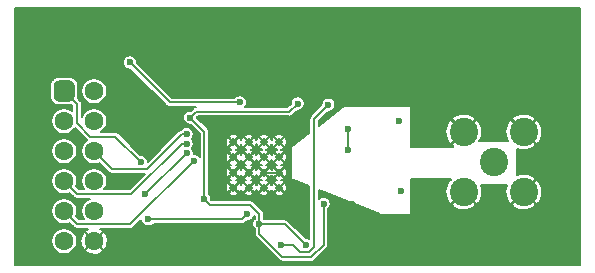
<source format=gbr>
%TF.GenerationSoftware,KiCad,Pcbnew,5.1.9-1.fc33*%
%TF.CreationDate,2021-03-04T20:35:35+03:00*%
%TF.ProjectId,CC2420_module,43433234-3230-45f6-9d6f-64756c652e6b,rev?*%
%TF.SameCoordinates,Original*%
%TF.FileFunction,Copper,L2,Bot*%
%TF.FilePolarity,Positive*%
%FSLAX46Y46*%
G04 Gerber Fmt 4.6, Leading zero omitted, Abs format (unit mm)*
G04 Created by KiCad (PCBNEW 5.1.9-1.fc33) date 2021-03-04 20:35:35*
%MOMM*%
%LPD*%
G01*
G04 APERTURE LIST*
%TA.AperFunction,ComponentPad*%
%ADD10C,0.643750*%
%TD*%
%TA.AperFunction,ComponentPad*%
%ADD11C,1.600000*%
%TD*%
%TA.AperFunction,ComponentPad*%
%ADD12C,2.400000*%
%TD*%
%TA.AperFunction,ViaPad*%
%ADD13C,0.600000*%
%TD*%
%TA.AperFunction,Conductor*%
%ADD14C,0.200000*%
%TD*%
%TA.AperFunction,Conductor*%
%ADD15C,0.100000*%
%TD*%
G04 APERTURE END LIST*
D10*
%TO.P,DA1,49*%
%TO.N,/GND*%
X192931250Y-81831250D03*
X192931250Y-80543750D03*
X192931250Y-79256250D03*
X192931250Y-77968750D03*
X191643750Y-81831250D03*
X191643750Y-80543750D03*
X191643750Y-79256250D03*
X191643750Y-77968750D03*
X190356250Y-81831250D03*
X190356250Y-80543750D03*
X190356250Y-79256250D03*
X190356250Y-77968750D03*
X189068750Y-81831250D03*
X189068750Y-80543750D03*
X189068750Y-79256250D03*
X189068750Y-77968750D03*
%TD*%
D11*
%TO.P,XP1,2*%
%TO.N,/MOSI*%
X177270000Y-73650000D03*
%TO.P,XP1,1*%
%TO.N,/SCLK*%
%TA.AperFunction,ComponentPad*%
G36*
G01*
X174280000Y-72750000D02*
X175180000Y-72750000D01*
G75*
G02*
X175630000Y-73200000I0J-450000D01*
G01*
X175630000Y-74100000D01*
G75*
G02*
X175180000Y-74550000I-450000J0D01*
G01*
X174280000Y-74550000D01*
G75*
G02*
X173830000Y-74100000I0J450000D01*
G01*
X173830000Y-73200000D01*
G75*
G02*
X174280000Y-72750000I450000J0D01*
G01*
G37*
%TD.AperFunction*%
%TO.P,XP1,4*%
%TO.N,/CS*%
X177270000Y-76190000D03*
%TO.P,XP1,3*%
%TO.N,/MISO*%
X174730000Y-76190000D03*
%TO.P,XP1,6*%
%TO.N,/SFD*%
X177270000Y-78730000D03*
%TO.P,XP1,5*%
%TO.N,/EXTRST*%
X174730000Y-78730000D03*
%TO.P,XP1,8*%
%TO.N,/FIFOP*%
X177270000Y-81270000D03*
%TO.P,XP1,7*%
%TO.N,/CCS*%
X174730000Y-81270000D03*
%TO.P,XP1,10*%
%TO.N,/VREG_EN*%
X177270000Y-83810000D03*
%TO.P,XP1,9*%
%TO.N,/FIFO*%
X174730000Y-83810000D03*
%TO.P,XP1,12*%
%TO.N,/GND*%
X177270000Y-86350000D03*
%TO.P,XP1,11*%
%TO.N,/3V3*%
X174730000Y-86350000D03*
%TD*%
D12*
%TO.P,XS1,4*%
%TO.N,/GND*%
X208560000Y-77110000D03*
%TO.P,XS1,1*%
X208560000Y-82190000D03*
%TO.P,XS1,3*%
X213640000Y-77110000D03*
%TO.P,XS1,2*%
X213640000Y-82190000D03*
%TO.P,XS1,5*%
%TO.N,Net-(C12-Pad1)*%
X211100000Y-79650000D03*
%TD*%
D13*
%TO.N,/GND*%
X183050000Y-76450000D03*
X199100000Y-83200000D03*
X189100000Y-73400000D03*
X191200000Y-73100000D03*
X203250000Y-82150000D03*
X203050000Y-76150000D03*
%TO.N,/1V8*%
X191250000Y-84900000D03*
X195200000Y-86700000D03*
X196700000Y-83200000D03*
X185400000Y-75900000D03*
X194500000Y-74700000D03*
X186600000Y-82800000D03*
%TO.N,/3V3*%
X193100000Y-86700000D03*
X197100000Y-74800000D03*
%TO.N,/EXTRST*%
X189600000Y-74600000D03*
X180300000Y-71224990D03*
%TO.N,/SFD*%
X185100000Y-77299994D03*
%TO.N,/CCS*%
X185100000Y-78099997D03*
%TO.N,/FIFOP*%
X185100000Y-78900000D03*
X181600000Y-82400000D03*
%TO.N,/FIFO*%
X185700000Y-79550000D03*
%TO.N,/SCLK*%
X181224265Y-79675735D03*
%TO.N,/VREG_EN*%
X190228555Y-84071445D03*
X181850000Y-84500000D03*
%TO.N,Net-(C11-Pad2)*%
X198750000Y-78600000D03*
X198750000Y-76900000D03*
%TD*%
D14*
%TO.N,/GND*%
X191643750Y-80543750D02*
X192931250Y-80543750D01*
%TO.N,/1V8*%
X193400000Y-84900000D02*
X195200000Y-86700000D01*
X191250000Y-84900000D02*
X193400000Y-84900000D01*
X185400000Y-75900000D02*
X185900000Y-75400000D01*
X193800000Y-75400000D02*
X194500000Y-74700000D01*
X185900000Y-75400000D02*
X193800000Y-75400000D01*
X186600000Y-77100000D02*
X185400000Y-75900000D01*
X186600000Y-82800000D02*
X186600000Y-77100000D01*
X191250000Y-84900000D02*
X191250000Y-84050000D01*
X191250000Y-84050000D02*
X190500000Y-83300000D01*
X187100000Y-83300000D02*
X186600000Y-82800000D01*
X190500000Y-83300000D02*
X187100000Y-83300000D01*
X196700000Y-86653700D02*
X195653690Y-87700011D01*
X196700000Y-83200000D02*
X196700000Y-86653700D01*
X193212009Y-87700011D02*
X191250000Y-85738002D01*
X191250000Y-85738002D02*
X191250000Y-84900000D01*
X195653690Y-87700011D02*
X193212009Y-87700011D01*
%TO.N,/3V3*%
X193100000Y-86700000D02*
X194100000Y-86700000D01*
X194700001Y-87300001D02*
X195488001Y-87300001D01*
X194100000Y-86700000D02*
X194700001Y-87300001D01*
X195488001Y-87300001D02*
X195900000Y-86888002D01*
X195900000Y-76000000D02*
X197100000Y-74800000D01*
X195900000Y-86888002D02*
X195900000Y-76000000D01*
%TO.N,/EXTRST*%
X189600000Y-74600000D02*
X184400000Y-74600000D01*
X183675010Y-74600000D02*
X180300000Y-71224990D01*
X184400000Y-74600000D02*
X183675010Y-74600000D01*
%TO.N,/SFD*%
X185100000Y-77299994D02*
X184700006Y-77299994D01*
X178815736Y-80275736D02*
X177270000Y-78730000D01*
X181724264Y-80275736D02*
X178815736Y-80275736D01*
X184700006Y-77299994D02*
X181724264Y-80275736D01*
%TO.N,/CCS*%
X185100000Y-78099997D02*
X184700003Y-78099997D01*
X175830001Y-82370001D02*
X174730000Y-81270000D01*
X180429999Y-82370001D02*
X175830001Y-82370001D01*
X184700003Y-78099997D02*
X180429999Y-82370001D01*
%TO.N,/FIFOP*%
X185100000Y-78900000D02*
X181600000Y-82400000D01*
%TO.N,/FIFO*%
X175830001Y-84910001D02*
X174730000Y-83810000D01*
X180339999Y-84910001D02*
X175830001Y-84910001D01*
X185700000Y-79550000D02*
X180339999Y-84910001D01*
%TO.N,/SCLK*%
X175830001Y-74750001D02*
X174730000Y-73650000D01*
X176951998Y-77500000D02*
X175830001Y-76378003D01*
X179048530Y-77500000D02*
X176951998Y-77500000D01*
X175830001Y-76378003D02*
X175830001Y-74750001D01*
X181224265Y-79675735D02*
X179048530Y-77500000D01*
%TO.N,/VREG_EN*%
X190228555Y-84071445D02*
X189800000Y-84500000D01*
X189800000Y-84500000D02*
X181850000Y-84500000D01*
%TO.N,Net-(C11-Pad2)*%
X198750000Y-78600000D02*
X198750000Y-76900000D01*
%TD*%
%TO.N,/GND*%
X218400000Y-88400000D02*
X170600000Y-88400000D01*
X170600000Y-86241659D01*
X173630000Y-86241659D01*
X173630000Y-86458341D01*
X173672273Y-86670858D01*
X173755193Y-86871045D01*
X173875575Y-87051209D01*
X174028791Y-87204425D01*
X174208955Y-87324807D01*
X174409142Y-87407727D01*
X174621659Y-87450000D01*
X174838341Y-87450000D01*
X175050858Y-87407727D01*
X175251045Y-87324807D01*
X175431209Y-87204425D01*
X175512928Y-87122706D01*
X176532650Y-87122706D01*
X176611160Y-87299347D01*
X176809029Y-87409639D01*
X177024611Y-87479210D01*
X177249624Y-87505386D01*
X177475420Y-87487161D01*
X177693322Y-87425235D01*
X177894956Y-87321988D01*
X177928840Y-87299347D01*
X178007350Y-87122706D01*
X177270000Y-86385355D01*
X176532650Y-87122706D01*
X175512928Y-87122706D01*
X175584425Y-87051209D01*
X175704807Y-86871045D01*
X175787727Y-86670858D01*
X175830000Y-86458341D01*
X175830000Y-86329624D01*
X176114614Y-86329624D01*
X176132839Y-86555420D01*
X176194765Y-86773322D01*
X176298012Y-86974956D01*
X176320653Y-87008840D01*
X176497294Y-87087350D01*
X177234645Y-86350000D01*
X177305355Y-86350000D01*
X178042706Y-87087350D01*
X178219347Y-87008840D01*
X178329639Y-86810971D01*
X178399210Y-86595389D01*
X178425386Y-86370376D01*
X178407161Y-86144580D01*
X178345235Y-85926678D01*
X178241988Y-85725044D01*
X178219347Y-85691160D01*
X178042706Y-85612650D01*
X177305355Y-86350000D01*
X177234645Y-86350000D01*
X176497294Y-85612650D01*
X176320653Y-85691160D01*
X176210361Y-85889029D01*
X176140790Y-86104611D01*
X176114614Y-86329624D01*
X175830000Y-86329624D01*
X175830000Y-86241659D01*
X175787727Y-86029142D01*
X175704807Y-85828955D01*
X175584425Y-85648791D01*
X175431209Y-85495575D01*
X175251045Y-85375193D01*
X175050858Y-85292273D01*
X174838341Y-85250000D01*
X174621659Y-85250000D01*
X174409142Y-85292273D01*
X174208955Y-85375193D01*
X174028791Y-85495575D01*
X173875575Y-85648791D01*
X173755193Y-85828955D01*
X173672273Y-86029142D01*
X173630000Y-86241659D01*
X170600000Y-86241659D01*
X170600000Y-78621659D01*
X173630000Y-78621659D01*
X173630000Y-78838341D01*
X173672273Y-79050858D01*
X173755193Y-79251045D01*
X173875575Y-79431209D01*
X174028791Y-79584425D01*
X174208955Y-79704807D01*
X174409142Y-79787727D01*
X174621659Y-79830000D01*
X174838341Y-79830000D01*
X175050858Y-79787727D01*
X175251045Y-79704807D01*
X175431209Y-79584425D01*
X175584425Y-79431209D01*
X175704807Y-79251045D01*
X175787727Y-79050858D01*
X175830000Y-78838341D01*
X175830000Y-78621659D01*
X175787727Y-78409142D01*
X175704807Y-78208955D01*
X175584425Y-78028791D01*
X175431209Y-77875575D01*
X175251045Y-77755193D01*
X175050858Y-77672273D01*
X174838341Y-77630000D01*
X174621659Y-77630000D01*
X174409142Y-77672273D01*
X174208955Y-77755193D01*
X174028791Y-77875575D01*
X173875575Y-78028791D01*
X173755193Y-78208955D01*
X173672273Y-78409142D01*
X173630000Y-78621659D01*
X170600000Y-78621659D01*
X170600000Y-73200000D01*
X173528549Y-73200000D01*
X173528549Y-74100000D01*
X173542988Y-74246601D01*
X173585750Y-74387568D01*
X173655191Y-74517484D01*
X173748644Y-74631356D01*
X173862516Y-74724809D01*
X173992432Y-74794250D01*
X174133399Y-74837012D01*
X174280000Y-74851451D01*
X175180000Y-74851451D01*
X175326601Y-74837012D01*
X175345572Y-74831257D01*
X175430002Y-74915688D01*
X175430002Y-75334768D01*
X175251045Y-75215193D01*
X175050858Y-75132273D01*
X174838341Y-75090000D01*
X174621659Y-75090000D01*
X174409142Y-75132273D01*
X174208955Y-75215193D01*
X174028791Y-75335575D01*
X173875575Y-75488791D01*
X173755193Y-75668955D01*
X173672273Y-75869142D01*
X173630000Y-76081659D01*
X173630000Y-76298341D01*
X173672273Y-76510858D01*
X173755193Y-76711045D01*
X173875575Y-76891209D01*
X174028791Y-77044425D01*
X174208955Y-77164807D01*
X174409142Y-77247727D01*
X174621659Y-77290000D01*
X174838341Y-77290000D01*
X175050858Y-77247727D01*
X175251045Y-77164807D01*
X175431209Y-77044425D01*
X175584425Y-76891209D01*
X175661769Y-76775456D01*
X176655261Y-77768948D01*
X176667787Y-77784211D01*
X176684724Y-77798111D01*
X176568791Y-77875575D01*
X176415575Y-78028791D01*
X176295193Y-78208955D01*
X176212273Y-78409142D01*
X176170000Y-78621659D01*
X176170000Y-78838341D01*
X176212273Y-79050858D01*
X176295193Y-79251045D01*
X176415575Y-79431209D01*
X176568791Y-79584425D01*
X176748955Y-79704807D01*
X176949142Y-79787727D01*
X177161659Y-79830000D01*
X177378341Y-79830000D01*
X177590858Y-79787727D01*
X177711903Y-79737589D01*
X178519003Y-80544689D01*
X178531525Y-80559947D01*
X178546783Y-80572469D01*
X178546785Y-80572471D01*
X178554869Y-80579105D01*
X178592433Y-80609933D01*
X178661922Y-80647076D01*
X178737322Y-80669948D01*
X178778291Y-80673983D01*
X178815736Y-80677671D01*
X178835383Y-80675736D01*
X181558579Y-80675736D01*
X180264314Y-81970001D01*
X178125232Y-81970001D01*
X178244807Y-81791045D01*
X178327727Y-81590858D01*
X178370000Y-81378341D01*
X178370000Y-81161659D01*
X178327727Y-80949142D01*
X178244807Y-80748955D01*
X178124425Y-80568791D01*
X177971209Y-80415575D01*
X177791045Y-80295193D01*
X177590858Y-80212273D01*
X177378341Y-80170000D01*
X177161659Y-80170000D01*
X176949142Y-80212273D01*
X176748955Y-80295193D01*
X176568791Y-80415575D01*
X176415575Y-80568791D01*
X176295193Y-80748955D01*
X176212273Y-80949142D01*
X176170000Y-81161659D01*
X176170000Y-81378341D01*
X176212273Y-81590858D01*
X176295193Y-81791045D01*
X176414768Y-81970001D01*
X175995687Y-81970001D01*
X175737589Y-81711903D01*
X175787727Y-81590858D01*
X175830000Y-81378341D01*
X175830000Y-81161659D01*
X175787727Y-80949142D01*
X175704807Y-80748955D01*
X175584425Y-80568791D01*
X175431209Y-80415575D01*
X175251045Y-80295193D01*
X175050858Y-80212273D01*
X174838341Y-80170000D01*
X174621659Y-80170000D01*
X174409142Y-80212273D01*
X174208955Y-80295193D01*
X174028791Y-80415575D01*
X173875575Y-80568791D01*
X173755193Y-80748955D01*
X173672273Y-80949142D01*
X173630000Y-81161659D01*
X173630000Y-81378341D01*
X173672273Y-81590858D01*
X173755193Y-81791045D01*
X173875575Y-81971209D01*
X174028791Y-82124425D01*
X174208955Y-82244807D01*
X174409142Y-82327727D01*
X174621659Y-82370000D01*
X174838341Y-82370000D01*
X175050858Y-82327727D01*
X175171903Y-82277589D01*
X175533268Y-82638954D01*
X175545790Y-82654212D01*
X175561048Y-82666734D01*
X175561050Y-82666736D01*
X175592983Y-82692942D01*
X175606698Y-82704198D01*
X175676187Y-82741341D01*
X175751587Y-82764213D01*
X175810354Y-82770001D01*
X175810364Y-82770001D01*
X175830000Y-82771935D01*
X175849636Y-82770001D01*
X176906343Y-82770001D01*
X176748955Y-82835193D01*
X176568791Y-82955575D01*
X176415575Y-83108791D01*
X176295193Y-83288955D01*
X176212273Y-83489142D01*
X176170000Y-83701659D01*
X176170000Y-83918341D01*
X176212273Y-84130858D01*
X176295193Y-84331045D01*
X176414768Y-84510001D01*
X175995687Y-84510001D01*
X175737589Y-84251903D01*
X175787727Y-84130858D01*
X175830000Y-83918341D01*
X175830000Y-83701659D01*
X175787727Y-83489142D01*
X175704807Y-83288955D01*
X175584425Y-83108791D01*
X175431209Y-82955575D01*
X175251045Y-82835193D01*
X175050858Y-82752273D01*
X174838341Y-82710000D01*
X174621659Y-82710000D01*
X174409142Y-82752273D01*
X174208955Y-82835193D01*
X174028791Y-82955575D01*
X173875575Y-83108791D01*
X173755193Y-83288955D01*
X173672273Y-83489142D01*
X173630000Y-83701659D01*
X173630000Y-83918341D01*
X173672273Y-84130858D01*
X173755193Y-84331045D01*
X173875575Y-84511209D01*
X174028791Y-84664425D01*
X174208955Y-84784807D01*
X174409142Y-84867727D01*
X174621659Y-84910000D01*
X174838341Y-84910000D01*
X175050858Y-84867727D01*
X175171903Y-84817589D01*
X175533268Y-85178954D01*
X175545790Y-85194212D01*
X175561048Y-85206734D01*
X175561050Y-85206736D01*
X175568487Y-85212839D01*
X175606698Y-85244198D01*
X175676187Y-85281341D01*
X175751587Y-85304213D01*
X175810354Y-85310001D01*
X175810364Y-85310001D01*
X175830000Y-85311935D01*
X175849636Y-85310001D01*
X176777865Y-85310001D01*
X176645044Y-85378012D01*
X176611160Y-85400653D01*
X176532650Y-85577294D01*
X177270000Y-86314645D01*
X178007350Y-85577294D01*
X177928840Y-85400653D01*
X177766206Y-85310001D01*
X180320353Y-85310001D01*
X180339999Y-85311936D01*
X180359645Y-85310001D01*
X180359646Y-85310001D01*
X180418413Y-85304213D01*
X180493813Y-85281341D01*
X180563302Y-85244198D01*
X180624210Y-85194212D01*
X180636736Y-85178949D01*
X181251093Y-84564592D01*
X181273058Y-84675014D01*
X181318287Y-84784207D01*
X181383950Y-84882478D01*
X181467522Y-84966050D01*
X181565793Y-85031713D01*
X181674986Y-85076942D01*
X181790905Y-85100000D01*
X181909095Y-85100000D01*
X182025014Y-85076942D01*
X182134207Y-85031713D01*
X182232478Y-84966050D01*
X182298528Y-84900000D01*
X189780354Y-84900000D01*
X189800000Y-84901935D01*
X189819646Y-84900000D01*
X189819647Y-84900000D01*
X189878414Y-84894212D01*
X189953814Y-84871340D01*
X190023303Y-84834197D01*
X190084211Y-84784211D01*
X190096737Y-84768948D01*
X190194240Y-84671445D01*
X190287650Y-84671445D01*
X190403569Y-84648387D01*
X190512762Y-84603158D01*
X190611033Y-84537495D01*
X190694605Y-84453923D01*
X190760268Y-84355652D01*
X190805497Y-84246459D01*
X190817986Y-84183672D01*
X190850001Y-84215687D01*
X190850001Y-84451471D01*
X190783950Y-84517522D01*
X190718287Y-84615793D01*
X190673058Y-84724986D01*
X190650000Y-84840905D01*
X190650000Y-84959095D01*
X190673058Y-85075014D01*
X190718287Y-85184207D01*
X190783950Y-85282478D01*
X190850000Y-85348528D01*
X190850000Y-85718355D01*
X190848065Y-85738002D01*
X190850000Y-85757648D01*
X190855788Y-85816415D01*
X190878660Y-85891815D01*
X190915803Y-85961304D01*
X190965789Y-86022213D01*
X190981052Y-86034739D01*
X192915272Y-87968959D01*
X192927798Y-87984222D01*
X192943059Y-87996746D01*
X192988706Y-88034208D01*
X193058195Y-88071351D01*
X193133595Y-88094223D01*
X193212009Y-88101946D01*
X193231656Y-88100011D01*
X195634044Y-88100011D01*
X195653690Y-88101946D01*
X195673334Y-88100011D01*
X195673337Y-88100011D01*
X195732104Y-88094223D01*
X195807504Y-88071351D01*
X195876993Y-88034208D01*
X195937901Y-87984222D01*
X195950427Y-87968959D01*
X196968953Y-86950433D01*
X196984211Y-86937911D01*
X197009047Y-86907649D01*
X197034196Y-86877004D01*
X197035260Y-86875014D01*
X197071340Y-86807514D01*
X197094212Y-86732114D01*
X197100000Y-86673347D01*
X197100000Y-86673337D01*
X197101934Y-86653701D01*
X197100000Y-86634065D01*
X197100000Y-83648528D01*
X197166050Y-83582478D01*
X197231713Y-83484207D01*
X197276942Y-83375014D01*
X197300000Y-83259095D01*
X197300000Y-83140905D01*
X197276942Y-83024986D01*
X197231713Y-82915793D01*
X197166050Y-82817522D01*
X197082478Y-82733950D01*
X196984207Y-82668287D01*
X196875014Y-82623058D01*
X196759095Y-82600000D01*
X196640905Y-82600000D01*
X196524986Y-82623058D01*
X196415793Y-82668287D01*
X196317522Y-82733950D01*
X196300000Y-82751472D01*
X196300000Y-82027704D01*
X201462861Y-84092848D01*
X201480491Y-84098079D01*
X201500000Y-84100000D01*
X204000000Y-84100000D01*
X204019509Y-84098079D01*
X204038268Y-84092388D01*
X204055557Y-84083147D01*
X204070711Y-84070711D01*
X204083147Y-84055557D01*
X204092388Y-84038268D01*
X204098079Y-84019509D01*
X204100000Y-84000000D01*
X204100000Y-83246974D01*
X207538381Y-83246974D01*
X207664868Y-83464576D01*
X207930725Y-83614716D01*
X208220765Y-83710106D01*
X208523841Y-83747080D01*
X208828307Y-83724215D01*
X209122462Y-83642391D01*
X209395002Y-83504753D01*
X209455132Y-83464576D01*
X209581619Y-83246974D01*
X212618381Y-83246974D01*
X212744868Y-83464576D01*
X213010725Y-83614716D01*
X213300765Y-83710106D01*
X213603841Y-83747080D01*
X213908307Y-83724215D01*
X214202462Y-83642391D01*
X214475002Y-83504753D01*
X214535132Y-83464576D01*
X214661619Y-83246974D01*
X213640000Y-82225355D01*
X212618381Y-83246974D01*
X209581619Y-83246974D01*
X208560000Y-82225355D01*
X207538381Y-83246974D01*
X204100000Y-83246974D01*
X204100000Y-81100000D01*
X207448047Y-81100000D01*
X207441344Y-81106703D01*
X207503024Y-81168382D01*
X207285424Y-81294868D01*
X207135284Y-81560725D01*
X207039894Y-81850765D01*
X207002920Y-82153841D01*
X207025785Y-82458307D01*
X207107609Y-82752462D01*
X207245247Y-83025002D01*
X207285424Y-83085132D01*
X207503026Y-83211619D01*
X208524645Y-82190000D01*
X208510503Y-82175858D01*
X208545858Y-82140503D01*
X208560000Y-82154645D01*
X208574143Y-82140503D01*
X208609498Y-82175858D01*
X208595355Y-82190000D01*
X209616974Y-83211619D01*
X209834576Y-83085132D01*
X209984716Y-82819275D01*
X210080106Y-82529235D01*
X210117080Y-82226159D01*
X210094215Y-81921693D01*
X210012391Y-81627538D01*
X209998484Y-81600000D01*
X212202367Y-81600000D01*
X212119894Y-81850765D01*
X212082920Y-82153841D01*
X212105785Y-82458307D01*
X212187609Y-82752462D01*
X212325247Y-83025002D01*
X212365424Y-83085132D01*
X212583026Y-83211619D01*
X213604645Y-82190000D01*
X213675355Y-82190000D01*
X214696974Y-83211619D01*
X214914576Y-83085132D01*
X215064716Y-82819275D01*
X215160106Y-82529235D01*
X215197080Y-82226159D01*
X215174215Y-81921693D01*
X215092391Y-81627538D01*
X214954753Y-81354998D01*
X214914576Y-81294868D01*
X214696974Y-81168381D01*
X213675355Y-82190000D01*
X213604645Y-82190000D01*
X213590503Y-82175858D01*
X213625858Y-82140503D01*
X213640000Y-82154645D01*
X214661619Y-81133026D01*
X214535132Y-80915424D01*
X214269275Y-80765284D01*
X213979235Y-80669894D01*
X213676159Y-80632920D01*
X213371693Y-80655785D01*
X213100000Y-80731361D01*
X213100000Y-78564077D01*
X213300765Y-78630106D01*
X213603841Y-78667080D01*
X213908307Y-78644215D01*
X214202462Y-78562391D01*
X214475002Y-78424753D01*
X214535132Y-78384576D01*
X214661619Y-78166974D01*
X213640000Y-77145355D01*
X213625858Y-77159498D01*
X213590503Y-77124143D01*
X213604645Y-77110000D01*
X213675355Y-77110000D01*
X214696974Y-78131619D01*
X214914576Y-78005132D01*
X215064716Y-77739275D01*
X215160106Y-77449235D01*
X215197080Y-77146159D01*
X215174215Y-76841693D01*
X215092391Y-76547538D01*
X214954753Y-76274998D01*
X214914576Y-76214868D01*
X214696974Y-76088381D01*
X213675355Y-77110000D01*
X213604645Y-77110000D01*
X212583026Y-76088381D01*
X212365424Y-76214868D01*
X212215284Y-76480725D01*
X212119894Y-76770765D01*
X212082920Y-77073841D01*
X212105785Y-77378307D01*
X212187609Y-77672462D01*
X212302520Y-77900000D01*
X209893948Y-77900000D01*
X209984716Y-77739275D01*
X210080106Y-77449235D01*
X210117080Y-77146159D01*
X210094215Y-76841693D01*
X210012391Y-76547538D01*
X209874753Y-76274998D01*
X209834576Y-76214868D01*
X209616974Y-76088381D01*
X208595355Y-77110000D01*
X208609498Y-77124143D01*
X208574143Y-77159498D01*
X208560000Y-77145355D01*
X207538381Y-78166974D01*
X207664868Y-78384576D01*
X207692180Y-78400000D01*
X204100000Y-78400000D01*
X204100000Y-77073841D01*
X207002920Y-77073841D01*
X207025785Y-77378307D01*
X207107609Y-77672462D01*
X207245247Y-77945002D01*
X207285424Y-78005132D01*
X207503026Y-78131619D01*
X208524645Y-77110000D01*
X207503026Y-76088381D01*
X207285424Y-76214868D01*
X207135284Y-76480725D01*
X207039894Y-76770765D01*
X207002920Y-77073841D01*
X204100000Y-77073841D01*
X204100000Y-76053026D01*
X207538381Y-76053026D01*
X208560000Y-77074645D01*
X209581619Y-76053026D01*
X212618381Y-76053026D01*
X213640000Y-77074645D01*
X214661619Y-76053026D01*
X214535132Y-75835424D01*
X214269275Y-75685284D01*
X213979235Y-75589894D01*
X213676159Y-75552920D01*
X213371693Y-75575785D01*
X213077538Y-75657609D01*
X212804998Y-75795247D01*
X212744868Y-75835424D01*
X212618381Y-76053026D01*
X209581619Y-76053026D01*
X209455132Y-75835424D01*
X209189275Y-75685284D01*
X208899235Y-75589894D01*
X208596159Y-75552920D01*
X208291693Y-75575785D01*
X207997538Y-75657609D01*
X207724998Y-75795247D01*
X207664868Y-75835424D01*
X207538381Y-76053026D01*
X204100000Y-76053026D01*
X204100000Y-75000000D01*
X204098079Y-74980491D01*
X204092388Y-74961732D01*
X204083147Y-74944443D01*
X204070711Y-74929289D01*
X204055557Y-74916853D01*
X204038268Y-74907612D01*
X204019509Y-74901921D01*
X204000000Y-74900000D01*
X198500000Y-74900000D01*
X198473486Y-74903579D01*
X198455185Y-74910604D01*
X198438606Y-74921065D01*
X196300000Y-76584425D01*
X196300000Y-76165685D01*
X197065686Y-75400000D01*
X197159095Y-75400000D01*
X197275014Y-75376942D01*
X197384207Y-75331713D01*
X197482478Y-75266050D01*
X197566050Y-75182478D01*
X197631713Y-75084207D01*
X197676942Y-74975014D01*
X197700000Y-74859095D01*
X197700000Y-74740905D01*
X197676942Y-74624986D01*
X197631713Y-74515793D01*
X197566050Y-74417522D01*
X197482478Y-74333950D01*
X197384207Y-74268287D01*
X197275014Y-74223058D01*
X197159095Y-74200000D01*
X197040905Y-74200000D01*
X196924986Y-74223058D01*
X196815793Y-74268287D01*
X196717522Y-74333950D01*
X196633950Y-74417522D01*
X196568287Y-74515793D01*
X196523058Y-74624986D01*
X196500000Y-74740905D01*
X196500000Y-74834314D01*
X195631048Y-75703267D01*
X195615790Y-75715789D01*
X195603268Y-75731047D01*
X195603265Y-75731050D01*
X195565803Y-75776698D01*
X195528661Y-75846186D01*
X195505788Y-75921587D01*
X195498065Y-76000000D01*
X195500001Y-76019657D01*
X195500001Y-77206647D01*
X193938606Y-78421065D01*
X193929289Y-78429289D01*
X193916853Y-78444443D01*
X193907612Y-78461732D01*
X193901921Y-78480491D01*
X193900000Y-78500000D01*
X193900000Y-81000000D01*
X193902167Y-81020703D01*
X193908085Y-81039392D01*
X193917537Y-81056567D01*
X193930157Y-81071568D01*
X193945461Y-81083818D01*
X193962861Y-81092848D01*
X195500000Y-81707704D01*
X195500000Y-86178840D01*
X195484207Y-86168287D01*
X195375014Y-86123058D01*
X195259095Y-86100000D01*
X195165685Y-86100000D01*
X193696737Y-84631052D01*
X193684211Y-84615789D01*
X193623303Y-84565803D01*
X193553814Y-84528660D01*
X193478414Y-84505788D01*
X193419647Y-84500000D01*
X193419646Y-84500000D01*
X193400000Y-84498065D01*
X193380354Y-84500000D01*
X191698528Y-84500000D01*
X191650000Y-84451472D01*
X191650000Y-84069635D01*
X191651934Y-84049999D01*
X191650000Y-84030363D01*
X191650000Y-84030353D01*
X191644212Y-83971586D01*
X191621340Y-83896186D01*
X191584197Y-83826697D01*
X191551814Y-83787238D01*
X191546735Y-83781049D01*
X191546733Y-83781047D01*
X191534211Y-83765789D01*
X191518953Y-83753267D01*
X190796737Y-83031052D01*
X190784211Y-83015789D01*
X190723303Y-82965803D01*
X190653814Y-82928660D01*
X190578414Y-82905788D01*
X190519647Y-82900000D01*
X190519646Y-82900000D01*
X190500000Y-82898065D01*
X190480354Y-82900000D01*
X187265686Y-82900000D01*
X187200000Y-82834314D01*
X187200000Y-82740905D01*
X187176942Y-82624986D01*
X187131713Y-82515793D01*
X187066050Y-82417522D01*
X187000000Y-82351472D01*
X187000000Y-82264066D01*
X188671290Y-82264066D01*
X188692419Y-82391759D01*
X188808999Y-82454407D01*
X188935562Y-82493108D01*
X189067243Y-82506374D01*
X189198983Y-82493695D01*
X189325718Y-82455560D01*
X189442577Y-82393432D01*
X189445081Y-82391759D01*
X189466210Y-82264066D01*
X189958790Y-82264066D01*
X189979919Y-82391759D01*
X190096499Y-82454407D01*
X190223062Y-82493108D01*
X190354743Y-82506374D01*
X190486483Y-82493695D01*
X190613218Y-82455560D01*
X190730077Y-82393432D01*
X190732581Y-82391759D01*
X190753710Y-82264066D01*
X191246290Y-82264066D01*
X191267419Y-82391759D01*
X191383999Y-82454407D01*
X191510562Y-82493108D01*
X191642243Y-82506374D01*
X191773983Y-82493695D01*
X191900718Y-82455560D01*
X192017577Y-82393432D01*
X192020081Y-82391759D01*
X192041210Y-82264066D01*
X192533790Y-82264066D01*
X192554919Y-82391759D01*
X192671499Y-82454407D01*
X192798062Y-82493108D01*
X192929743Y-82506374D01*
X193061483Y-82493695D01*
X193188218Y-82455560D01*
X193305077Y-82393432D01*
X193307581Y-82391759D01*
X193328710Y-82264066D01*
X192931250Y-81866605D01*
X192533790Y-82264066D01*
X192041210Y-82264066D01*
X191643750Y-81866605D01*
X191246290Y-82264066D01*
X190753710Y-82264066D01*
X190356250Y-81866605D01*
X189958790Y-82264066D01*
X189466210Y-82264066D01*
X189068750Y-81866605D01*
X188671290Y-82264066D01*
X187000000Y-82264066D01*
X187000000Y-81829743D01*
X188393626Y-81829743D01*
X188406305Y-81961483D01*
X188444440Y-82088218D01*
X188506568Y-82205077D01*
X188508241Y-82207581D01*
X188635934Y-82228710D01*
X189033395Y-81831250D01*
X189104105Y-81831250D01*
X189501566Y-82228710D01*
X189629259Y-82207581D01*
X189691907Y-82091001D01*
X189712507Y-82023635D01*
X189731940Y-82088218D01*
X189794068Y-82205077D01*
X189795741Y-82207581D01*
X189923434Y-82228710D01*
X190320895Y-81831250D01*
X190391605Y-81831250D01*
X190789066Y-82228710D01*
X190916759Y-82207581D01*
X190979407Y-82091001D01*
X191000007Y-82023635D01*
X191019440Y-82088218D01*
X191081568Y-82205077D01*
X191083241Y-82207581D01*
X191210934Y-82228710D01*
X191608395Y-81831250D01*
X191679105Y-81831250D01*
X192076566Y-82228710D01*
X192204259Y-82207581D01*
X192266907Y-82091001D01*
X192287507Y-82023635D01*
X192306940Y-82088218D01*
X192369068Y-82205077D01*
X192370741Y-82207581D01*
X192498434Y-82228710D01*
X192895895Y-81831250D01*
X192966605Y-81831250D01*
X193364066Y-82228710D01*
X193491759Y-82207581D01*
X193554407Y-82091001D01*
X193593108Y-81964438D01*
X193606374Y-81832757D01*
X193593695Y-81701017D01*
X193555560Y-81574282D01*
X193493432Y-81457423D01*
X193491759Y-81454919D01*
X193364066Y-81433790D01*
X192966605Y-81831250D01*
X192895895Y-81831250D01*
X192498434Y-81433790D01*
X192370741Y-81454919D01*
X192308093Y-81571499D01*
X192287493Y-81638865D01*
X192268060Y-81574282D01*
X192205932Y-81457423D01*
X192204259Y-81454919D01*
X192076566Y-81433790D01*
X191679105Y-81831250D01*
X191608395Y-81831250D01*
X191210934Y-81433790D01*
X191083241Y-81454919D01*
X191020593Y-81571499D01*
X190999993Y-81638865D01*
X190980560Y-81574282D01*
X190918432Y-81457423D01*
X190916759Y-81454919D01*
X190789066Y-81433790D01*
X190391605Y-81831250D01*
X190320895Y-81831250D01*
X189923434Y-81433790D01*
X189795741Y-81454919D01*
X189733093Y-81571499D01*
X189712493Y-81638865D01*
X189693060Y-81574282D01*
X189630932Y-81457423D01*
X189629259Y-81454919D01*
X189501566Y-81433790D01*
X189104105Y-81831250D01*
X189033395Y-81831250D01*
X188635934Y-81433790D01*
X188508241Y-81454919D01*
X188445593Y-81571499D01*
X188406892Y-81698062D01*
X188393626Y-81829743D01*
X187000000Y-81829743D01*
X187000000Y-80976566D01*
X188671290Y-80976566D01*
X188692419Y-81104259D01*
X188808999Y-81166907D01*
X188876365Y-81187507D01*
X188811782Y-81206940D01*
X188694923Y-81269068D01*
X188692419Y-81270741D01*
X188671290Y-81398434D01*
X189068750Y-81795895D01*
X189466210Y-81398434D01*
X189445081Y-81270741D01*
X189328501Y-81208093D01*
X189261135Y-81187493D01*
X189325718Y-81168060D01*
X189442577Y-81105932D01*
X189445081Y-81104259D01*
X189466210Y-80976566D01*
X189958790Y-80976566D01*
X189979919Y-81104259D01*
X190096499Y-81166907D01*
X190163865Y-81187507D01*
X190099282Y-81206940D01*
X189982423Y-81269068D01*
X189979919Y-81270741D01*
X189958790Y-81398434D01*
X190356250Y-81795895D01*
X190753710Y-81398434D01*
X190732581Y-81270741D01*
X190616001Y-81208093D01*
X190548635Y-81187493D01*
X190613218Y-81168060D01*
X190730077Y-81105932D01*
X190732581Y-81104259D01*
X190753710Y-80976566D01*
X191246290Y-80976566D01*
X191267419Y-81104259D01*
X191383999Y-81166907D01*
X191451365Y-81187507D01*
X191386782Y-81206940D01*
X191269923Y-81269068D01*
X191267419Y-81270741D01*
X191246290Y-81398434D01*
X191643750Y-81795895D01*
X192041210Y-81398434D01*
X192020081Y-81270741D01*
X191903501Y-81208093D01*
X191836135Y-81187493D01*
X191900718Y-81168060D01*
X192017577Y-81105932D01*
X192020081Y-81104259D01*
X192041210Y-80976566D01*
X192533790Y-80976566D01*
X192554919Y-81104259D01*
X192671499Y-81166907D01*
X192738865Y-81187507D01*
X192674282Y-81206940D01*
X192557423Y-81269068D01*
X192554919Y-81270741D01*
X192533790Y-81398434D01*
X192931250Y-81795895D01*
X193328710Y-81398434D01*
X193307581Y-81270741D01*
X193191001Y-81208093D01*
X193123635Y-81187493D01*
X193188218Y-81168060D01*
X193305077Y-81105932D01*
X193307581Y-81104259D01*
X193328710Y-80976566D01*
X192931250Y-80579105D01*
X192533790Y-80976566D01*
X192041210Y-80976566D01*
X191643750Y-80579105D01*
X191246290Y-80976566D01*
X190753710Y-80976566D01*
X190356250Y-80579105D01*
X189958790Y-80976566D01*
X189466210Y-80976566D01*
X189068750Y-80579105D01*
X188671290Y-80976566D01*
X187000000Y-80976566D01*
X187000000Y-80542243D01*
X188393626Y-80542243D01*
X188406305Y-80673983D01*
X188444440Y-80800718D01*
X188506568Y-80917577D01*
X188508241Y-80920081D01*
X188635934Y-80941210D01*
X189033395Y-80543750D01*
X189104105Y-80543750D01*
X189501566Y-80941210D01*
X189629259Y-80920081D01*
X189691907Y-80803501D01*
X189712507Y-80736135D01*
X189731940Y-80800718D01*
X189794068Y-80917577D01*
X189795741Y-80920081D01*
X189923434Y-80941210D01*
X190320895Y-80543750D01*
X190391605Y-80543750D01*
X190789066Y-80941210D01*
X190916759Y-80920081D01*
X190979407Y-80803501D01*
X191000007Y-80736135D01*
X191019440Y-80800718D01*
X191081568Y-80917577D01*
X191083241Y-80920081D01*
X191210934Y-80941210D01*
X191608395Y-80543750D01*
X191679105Y-80543750D01*
X192076566Y-80941210D01*
X192204259Y-80920081D01*
X192266907Y-80803501D01*
X192287507Y-80736135D01*
X192306940Y-80800718D01*
X192369068Y-80917577D01*
X192370741Y-80920081D01*
X192498434Y-80941210D01*
X192895895Y-80543750D01*
X192966605Y-80543750D01*
X193364066Y-80941210D01*
X193491759Y-80920081D01*
X193554407Y-80803501D01*
X193593108Y-80676938D01*
X193606374Y-80545257D01*
X193593695Y-80413517D01*
X193555560Y-80286782D01*
X193493432Y-80169923D01*
X193491759Y-80167419D01*
X193364066Y-80146290D01*
X192966605Y-80543750D01*
X192895895Y-80543750D01*
X192498434Y-80146290D01*
X192370741Y-80167419D01*
X192308093Y-80283999D01*
X192287493Y-80351365D01*
X192268060Y-80286782D01*
X192205932Y-80169923D01*
X192204259Y-80167419D01*
X192076566Y-80146290D01*
X191679105Y-80543750D01*
X191608395Y-80543750D01*
X191210934Y-80146290D01*
X191083241Y-80167419D01*
X191020593Y-80283999D01*
X190999993Y-80351365D01*
X190980560Y-80286782D01*
X190918432Y-80169923D01*
X190916759Y-80167419D01*
X190789066Y-80146290D01*
X190391605Y-80543750D01*
X190320895Y-80543750D01*
X189923434Y-80146290D01*
X189795741Y-80167419D01*
X189733093Y-80283999D01*
X189712493Y-80351365D01*
X189693060Y-80286782D01*
X189630932Y-80169923D01*
X189629259Y-80167419D01*
X189501566Y-80146290D01*
X189104105Y-80543750D01*
X189033395Y-80543750D01*
X188635934Y-80146290D01*
X188508241Y-80167419D01*
X188445593Y-80283999D01*
X188406892Y-80410562D01*
X188393626Y-80542243D01*
X187000000Y-80542243D01*
X187000000Y-79689066D01*
X188671290Y-79689066D01*
X188692419Y-79816759D01*
X188808999Y-79879407D01*
X188876365Y-79900007D01*
X188811782Y-79919440D01*
X188694923Y-79981568D01*
X188692419Y-79983241D01*
X188671290Y-80110934D01*
X189068750Y-80508395D01*
X189466210Y-80110934D01*
X189445081Y-79983241D01*
X189328501Y-79920593D01*
X189261135Y-79899993D01*
X189325718Y-79880560D01*
X189442577Y-79818432D01*
X189445081Y-79816759D01*
X189466210Y-79689066D01*
X189958790Y-79689066D01*
X189979919Y-79816759D01*
X190096499Y-79879407D01*
X190163865Y-79900007D01*
X190099282Y-79919440D01*
X189982423Y-79981568D01*
X189979919Y-79983241D01*
X189958790Y-80110934D01*
X190356250Y-80508395D01*
X190753710Y-80110934D01*
X190732581Y-79983241D01*
X190616001Y-79920593D01*
X190548635Y-79899993D01*
X190613218Y-79880560D01*
X190730077Y-79818432D01*
X190732581Y-79816759D01*
X190753710Y-79689066D01*
X191246290Y-79689066D01*
X191267419Y-79816759D01*
X191383999Y-79879407D01*
X191451365Y-79900007D01*
X191386782Y-79919440D01*
X191269923Y-79981568D01*
X191267419Y-79983241D01*
X191246290Y-80110934D01*
X191643750Y-80508395D01*
X192041210Y-80110934D01*
X192020081Y-79983241D01*
X191903501Y-79920593D01*
X191836135Y-79899993D01*
X191900718Y-79880560D01*
X192017577Y-79818432D01*
X192020081Y-79816759D01*
X192041210Y-79689066D01*
X192533790Y-79689066D01*
X192554919Y-79816759D01*
X192671499Y-79879407D01*
X192738865Y-79900007D01*
X192674282Y-79919440D01*
X192557423Y-79981568D01*
X192554919Y-79983241D01*
X192533790Y-80110934D01*
X192931250Y-80508395D01*
X193328710Y-80110934D01*
X193307581Y-79983241D01*
X193191001Y-79920593D01*
X193123635Y-79899993D01*
X193188218Y-79880560D01*
X193305077Y-79818432D01*
X193307581Y-79816759D01*
X193328710Y-79689066D01*
X192931250Y-79291605D01*
X192533790Y-79689066D01*
X192041210Y-79689066D01*
X191643750Y-79291605D01*
X191246290Y-79689066D01*
X190753710Y-79689066D01*
X190356250Y-79291605D01*
X189958790Y-79689066D01*
X189466210Y-79689066D01*
X189068750Y-79291605D01*
X188671290Y-79689066D01*
X187000000Y-79689066D01*
X187000000Y-79254743D01*
X188393626Y-79254743D01*
X188406305Y-79386483D01*
X188444440Y-79513218D01*
X188506568Y-79630077D01*
X188508241Y-79632581D01*
X188635934Y-79653710D01*
X189033395Y-79256250D01*
X189104105Y-79256250D01*
X189501566Y-79653710D01*
X189629259Y-79632581D01*
X189691907Y-79516001D01*
X189712507Y-79448635D01*
X189731940Y-79513218D01*
X189794068Y-79630077D01*
X189795741Y-79632581D01*
X189923434Y-79653710D01*
X190320895Y-79256250D01*
X190391605Y-79256250D01*
X190789066Y-79653710D01*
X190916759Y-79632581D01*
X190979407Y-79516001D01*
X191000007Y-79448635D01*
X191019440Y-79513218D01*
X191081568Y-79630077D01*
X191083241Y-79632581D01*
X191210934Y-79653710D01*
X191608395Y-79256250D01*
X191679105Y-79256250D01*
X192076566Y-79653710D01*
X192204259Y-79632581D01*
X192266907Y-79516001D01*
X192287507Y-79448635D01*
X192306940Y-79513218D01*
X192369068Y-79630077D01*
X192370741Y-79632581D01*
X192498434Y-79653710D01*
X192895895Y-79256250D01*
X192966605Y-79256250D01*
X193364066Y-79653710D01*
X193491759Y-79632581D01*
X193554407Y-79516001D01*
X193593108Y-79389438D01*
X193606374Y-79257757D01*
X193593695Y-79126017D01*
X193555560Y-78999282D01*
X193493432Y-78882423D01*
X193491759Y-78879919D01*
X193364066Y-78858790D01*
X192966605Y-79256250D01*
X192895895Y-79256250D01*
X192498434Y-78858790D01*
X192370741Y-78879919D01*
X192308093Y-78996499D01*
X192287493Y-79063865D01*
X192268060Y-78999282D01*
X192205932Y-78882423D01*
X192204259Y-78879919D01*
X192076566Y-78858790D01*
X191679105Y-79256250D01*
X191608395Y-79256250D01*
X191210934Y-78858790D01*
X191083241Y-78879919D01*
X191020593Y-78996499D01*
X190999993Y-79063865D01*
X190980560Y-78999282D01*
X190918432Y-78882423D01*
X190916759Y-78879919D01*
X190789066Y-78858790D01*
X190391605Y-79256250D01*
X190320895Y-79256250D01*
X189923434Y-78858790D01*
X189795741Y-78879919D01*
X189733093Y-78996499D01*
X189712493Y-79063865D01*
X189693060Y-78999282D01*
X189630932Y-78882423D01*
X189629259Y-78879919D01*
X189501566Y-78858790D01*
X189104105Y-79256250D01*
X189033395Y-79256250D01*
X188635934Y-78858790D01*
X188508241Y-78879919D01*
X188445593Y-78996499D01*
X188406892Y-79123062D01*
X188393626Y-79254743D01*
X187000000Y-79254743D01*
X187000000Y-78401566D01*
X188671290Y-78401566D01*
X188692419Y-78529259D01*
X188808999Y-78591907D01*
X188876365Y-78612507D01*
X188811782Y-78631940D01*
X188694923Y-78694068D01*
X188692419Y-78695741D01*
X188671290Y-78823434D01*
X189068750Y-79220895D01*
X189466210Y-78823434D01*
X189445081Y-78695741D01*
X189328501Y-78633093D01*
X189261135Y-78612493D01*
X189325718Y-78593060D01*
X189442577Y-78530932D01*
X189445081Y-78529259D01*
X189466210Y-78401566D01*
X189958790Y-78401566D01*
X189979919Y-78529259D01*
X190096499Y-78591907D01*
X190163865Y-78612507D01*
X190099282Y-78631940D01*
X189982423Y-78694068D01*
X189979919Y-78695741D01*
X189958790Y-78823434D01*
X190356250Y-79220895D01*
X190753710Y-78823434D01*
X190732581Y-78695741D01*
X190616001Y-78633093D01*
X190548635Y-78612493D01*
X190613218Y-78593060D01*
X190730077Y-78530932D01*
X190732581Y-78529259D01*
X190753710Y-78401566D01*
X191246290Y-78401566D01*
X191267419Y-78529259D01*
X191383999Y-78591907D01*
X191451365Y-78612507D01*
X191386782Y-78631940D01*
X191269923Y-78694068D01*
X191267419Y-78695741D01*
X191246290Y-78823434D01*
X191643750Y-79220895D01*
X192041210Y-78823434D01*
X192020081Y-78695741D01*
X191903501Y-78633093D01*
X191836135Y-78612493D01*
X191900718Y-78593060D01*
X192017577Y-78530932D01*
X192020081Y-78529259D01*
X192041210Y-78401566D01*
X192533790Y-78401566D01*
X192554919Y-78529259D01*
X192671499Y-78591907D01*
X192738865Y-78612507D01*
X192674282Y-78631940D01*
X192557423Y-78694068D01*
X192554919Y-78695741D01*
X192533790Y-78823434D01*
X192931250Y-79220895D01*
X193328710Y-78823434D01*
X193307581Y-78695741D01*
X193191001Y-78633093D01*
X193123635Y-78612493D01*
X193188218Y-78593060D01*
X193305077Y-78530932D01*
X193307581Y-78529259D01*
X193328710Y-78401566D01*
X192931250Y-78004105D01*
X192533790Y-78401566D01*
X192041210Y-78401566D01*
X191643750Y-78004105D01*
X191246290Y-78401566D01*
X190753710Y-78401566D01*
X190356250Y-78004105D01*
X189958790Y-78401566D01*
X189466210Y-78401566D01*
X189068750Y-78004105D01*
X188671290Y-78401566D01*
X187000000Y-78401566D01*
X187000000Y-77967243D01*
X188393626Y-77967243D01*
X188406305Y-78098983D01*
X188444440Y-78225718D01*
X188506568Y-78342577D01*
X188508241Y-78345081D01*
X188635934Y-78366210D01*
X189033395Y-77968750D01*
X189104105Y-77968750D01*
X189501566Y-78366210D01*
X189629259Y-78345081D01*
X189691907Y-78228501D01*
X189712507Y-78161135D01*
X189731940Y-78225718D01*
X189794068Y-78342577D01*
X189795741Y-78345081D01*
X189923434Y-78366210D01*
X190320895Y-77968750D01*
X190391605Y-77968750D01*
X190789066Y-78366210D01*
X190916759Y-78345081D01*
X190979407Y-78228501D01*
X191000007Y-78161135D01*
X191019440Y-78225718D01*
X191081568Y-78342577D01*
X191083241Y-78345081D01*
X191210934Y-78366210D01*
X191608395Y-77968750D01*
X191679105Y-77968750D01*
X192076566Y-78366210D01*
X192204259Y-78345081D01*
X192266907Y-78228501D01*
X192287507Y-78161135D01*
X192306940Y-78225718D01*
X192369068Y-78342577D01*
X192370741Y-78345081D01*
X192498434Y-78366210D01*
X192895895Y-77968750D01*
X192966605Y-77968750D01*
X193364066Y-78366210D01*
X193491759Y-78345081D01*
X193554407Y-78228501D01*
X193593108Y-78101938D01*
X193606374Y-77970257D01*
X193593695Y-77838517D01*
X193555560Y-77711782D01*
X193493432Y-77594923D01*
X193491759Y-77592419D01*
X193364066Y-77571290D01*
X192966605Y-77968750D01*
X192895895Y-77968750D01*
X192498434Y-77571290D01*
X192370741Y-77592419D01*
X192308093Y-77708999D01*
X192287493Y-77776365D01*
X192268060Y-77711782D01*
X192205932Y-77594923D01*
X192204259Y-77592419D01*
X192076566Y-77571290D01*
X191679105Y-77968750D01*
X191608395Y-77968750D01*
X191210934Y-77571290D01*
X191083241Y-77592419D01*
X191020593Y-77708999D01*
X190999993Y-77776365D01*
X190980560Y-77711782D01*
X190918432Y-77594923D01*
X190916759Y-77592419D01*
X190789066Y-77571290D01*
X190391605Y-77968750D01*
X190320895Y-77968750D01*
X189923434Y-77571290D01*
X189795741Y-77592419D01*
X189733093Y-77708999D01*
X189712493Y-77776365D01*
X189693060Y-77711782D01*
X189630932Y-77594923D01*
X189629259Y-77592419D01*
X189501566Y-77571290D01*
X189104105Y-77968750D01*
X189033395Y-77968750D01*
X188635934Y-77571290D01*
X188508241Y-77592419D01*
X188445593Y-77708999D01*
X188406892Y-77835562D01*
X188393626Y-77967243D01*
X187000000Y-77967243D01*
X187000000Y-77535934D01*
X188671290Y-77535934D01*
X189068750Y-77933395D01*
X189466210Y-77535934D01*
X189958790Y-77535934D01*
X190356250Y-77933395D01*
X190753710Y-77535934D01*
X191246290Y-77535934D01*
X191643750Y-77933395D01*
X192041210Y-77535934D01*
X192533790Y-77535934D01*
X192931250Y-77933395D01*
X193328710Y-77535934D01*
X193307581Y-77408241D01*
X193191001Y-77345593D01*
X193064438Y-77306892D01*
X192932757Y-77293626D01*
X192801017Y-77306305D01*
X192674282Y-77344440D01*
X192557423Y-77406568D01*
X192554919Y-77408241D01*
X192533790Y-77535934D01*
X192041210Y-77535934D01*
X192020081Y-77408241D01*
X191903501Y-77345593D01*
X191776938Y-77306892D01*
X191645257Y-77293626D01*
X191513517Y-77306305D01*
X191386782Y-77344440D01*
X191269923Y-77406568D01*
X191267419Y-77408241D01*
X191246290Y-77535934D01*
X190753710Y-77535934D01*
X190732581Y-77408241D01*
X190616001Y-77345593D01*
X190489438Y-77306892D01*
X190357757Y-77293626D01*
X190226017Y-77306305D01*
X190099282Y-77344440D01*
X189982423Y-77406568D01*
X189979919Y-77408241D01*
X189958790Y-77535934D01*
X189466210Y-77535934D01*
X189445081Y-77408241D01*
X189328501Y-77345593D01*
X189201938Y-77306892D01*
X189070257Y-77293626D01*
X188938517Y-77306305D01*
X188811782Y-77344440D01*
X188694923Y-77406568D01*
X188692419Y-77408241D01*
X188671290Y-77535934D01*
X187000000Y-77535934D01*
X187000000Y-77119635D01*
X187001934Y-77099999D01*
X187000000Y-77080363D01*
X187000000Y-77080353D01*
X186994212Y-77021586D01*
X186971340Y-76946186D01*
X186934197Y-76876697D01*
X186904823Y-76840905D01*
X186896735Y-76831049D01*
X186896733Y-76831047D01*
X186884211Y-76815789D01*
X186868953Y-76803267D01*
X186000000Y-75934315D01*
X186000000Y-75865686D01*
X186065686Y-75800000D01*
X193780354Y-75800000D01*
X193800000Y-75801935D01*
X193819646Y-75800000D01*
X193819647Y-75800000D01*
X193878414Y-75794212D01*
X193953814Y-75771340D01*
X194023303Y-75734197D01*
X194084211Y-75684211D01*
X194096737Y-75668948D01*
X194465685Y-75300000D01*
X194559095Y-75300000D01*
X194675014Y-75276942D01*
X194784207Y-75231713D01*
X194882478Y-75166050D01*
X194966050Y-75082478D01*
X195031713Y-74984207D01*
X195076942Y-74875014D01*
X195100000Y-74759095D01*
X195100000Y-74640905D01*
X195076942Y-74524986D01*
X195031713Y-74415793D01*
X194966050Y-74317522D01*
X194882478Y-74233950D01*
X194784207Y-74168287D01*
X194675014Y-74123058D01*
X194559095Y-74100000D01*
X194440905Y-74100000D01*
X194324986Y-74123058D01*
X194215793Y-74168287D01*
X194117522Y-74233950D01*
X194033950Y-74317522D01*
X193968287Y-74415793D01*
X193923058Y-74524986D01*
X193900000Y-74640905D01*
X193900000Y-74734315D01*
X193634315Y-75000000D01*
X190048528Y-75000000D01*
X190066050Y-74982478D01*
X190131713Y-74884207D01*
X190176942Y-74775014D01*
X190200000Y-74659095D01*
X190200000Y-74540905D01*
X190176942Y-74424986D01*
X190131713Y-74315793D01*
X190066050Y-74217522D01*
X189982478Y-74133950D01*
X189884207Y-74068287D01*
X189775014Y-74023058D01*
X189659095Y-74000000D01*
X189540905Y-74000000D01*
X189424986Y-74023058D01*
X189315793Y-74068287D01*
X189217522Y-74133950D01*
X189151472Y-74200000D01*
X183840696Y-74200000D01*
X180900000Y-71259305D01*
X180900000Y-71165895D01*
X180876942Y-71049976D01*
X180831713Y-70940783D01*
X180766050Y-70842512D01*
X180682478Y-70758940D01*
X180584207Y-70693277D01*
X180475014Y-70648048D01*
X180359095Y-70624990D01*
X180240905Y-70624990D01*
X180124986Y-70648048D01*
X180015793Y-70693277D01*
X179917522Y-70758940D01*
X179833950Y-70842512D01*
X179768287Y-70940783D01*
X179723058Y-71049976D01*
X179700000Y-71165895D01*
X179700000Y-71284085D01*
X179723058Y-71400004D01*
X179768287Y-71509197D01*
X179833950Y-71607468D01*
X179917522Y-71691040D01*
X180015793Y-71756703D01*
X180124986Y-71801932D01*
X180240905Y-71824990D01*
X180334315Y-71824990D01*
X183378277Y-74868953D01*
X183390799Y-74884211D01*
X183406057Y-74896733D01*
X183406059Y-74896735D01*
X183451707Y-74934197D01*
X183521195Y-74971340D01*
X183563613Y-74984207D01*
X183596596Y-74994212D01*
X183635717Y-74998065D01*
X183675010Y-75001935D01*
X183694656Y-75000000D01*
X185880353Y-75000000D01*
X185821586Y-75005788D01*
X185746186Y-75028660D01*
X185676697Y-75065803D01*
X185631049Y-75103265D01*
X185631047Y-75103267D01*
X185615789Y-75115789D01*
X185603267Y-75131047D01*
X185434314Y-75300000D01*
X185340905Y-75300000D01*
X185224986Y-75323058D01*
X185115793Y-75368287D01*
X185017522Y-75433950D01*
X184933950Y-75517522D01*
X184868287Y-75615793D01*
X184823058Y-75724986D01*
X184800000Y-75840905D01*
X184800000Y-75959095D01*
X184823058Y-76075014D01*
X184868287Y-76184207D01*
X184933950Y-76282478D01*
X185017522Y-76366050D01*
X185115793Y-76431713D01*
X185224986Y-76476942D01*
X185340905Y-76500000D01*
X185434315Y-76500000D01*
X186200001Y-77265687D01*
X186200001Y-79218332D01*
X186166050Y-79167522D01*
X186082478Y-79083950D01*
X185984207Y-79018287D01*
X185875014Y-78973058D01*
X185759095Y-78950000D01*
X185700000Y-78950000D01*
X185700000Y-78840905D01*
X185676942Y-78724986D01*
X185631713Y-78615793D01*
X185566050Y-78517522D01*
X185548527Y-78499999D01*
X185566050Y-78482475D01*
X185631713Y-78384204D01*
X185676942Y-78275011D01*
X185700000Y-78159092D01*
X185700000Y-78040902D01*
X185676942Y-77924983D01*
X185631713Y-77815790D01*
X185566050Y-77717519D01*
X185548527Y-77699996D01*
X185566050Y-77682472D01*
X185631713Y-77584201D01*
X185676942Y-77475008D01*
X185700000Y-77359089D01*
X185700000Y-77240899D01*
X185676942Y-77124980D01*
X185631713Y-77015787D01*
X185566050Y-76917516D01*
X185482478Y-76833944D01*
X185384207Y-76768281D01*
X185275014Y-76723052D01*
X185159095Y-76699994D01*
X185040905Y-76699994D01*
X184924986Y-76723052D01*
X184815793Y-76768281D01*
X184717522Y-76833944D01*
X184648316Y-76903150D01*
X184621592Y-76905782D01*
X184546192Y-76928654D01*
X184476703Y-76965797D01*
X184415795Y-77015783D01*
X184403269Y-77031046D01*
X181823172Y-79611143D01*
X181801207Y-79500721D01*
X181755978Y-79391528D01*
X181690315Y-79293257D01*
X181606743Y-79209685D01*
X181508472Y-79144022D01*
X181399279Y-79098793D01*
X181283360Y-79075735D01*
X181189951Y-79075735D01*
X179345267Y-77231052D01*
X179332741Y-77215789D01*
X179271833Y-77165803D01*
X179202344Y-77128660D01*
X179126944Y-77105788D01*
X179068177Y-77100000D01*
X179068176Y-77100000D01*
X179048530Y-77098065D01*
X179028884Y-77100000D01*
X177888035Y-77100000D01*
X177971209Y-77044425D01*
X178124425Y-76891209D01*
X178244807Y-76711045D01*
X178327727Y-76510858D01*
X178370000Y-76298341D01*
X178370000Y-76081659D01*
X178327727Y-75869142D01*
X178244807Y-75668955D01*
X178124425Y-75488791D01*
X177971209Y-75335575D01*
X177791045Y-75215193D01*
X177590858Y-75132273D01*
X177378341Y-75090000D01*
X177161659Y-75090000D01*
X176949142Y-75132273D01*
X176748955Y-75215193D01*
X176568791Y-75335575D01*
X176415575Y-75488791D01*
X176295193Y-75668955D01*
X176230001Y-75826343D01*
X176230001Y-74769636D01*
X176231935Y-74750000D01*
X176230001Y-74730364D01*
X176230001Y-74730354D01*
X176224213Y-74671587D01*
X176201341Y-74596187D01*
X176164198Y-74526698D01*
X176114212Y-74465790D01*
X176098954Y-74453268D01*
X175911257Y-74265572D01*
X175917012Y-74246601D01*
X175931451Y-74100000D01*
X175931451Y-73541659D01*
X176170000Y-73541659D01*
X176170000Y-73758341D01*
X176212273Y-73970858D01*
X176295193Y-74171045D01*
X176415575Y-74351209D01*
X176568791Y-74504425D01*
X176748955Y-74624807D01*
X176949142Y-74707727D01*
X177161659Y-74750000D01*
X177378341Y-74750000D01*
X177590858Y-74707727D01*
X177791045Y-74624807D01*
X177971209Y-74504425D01*
X178124425Y-74351209D01*
X178244807Y-74171045D01*
X178327727Y-73970858D01*
X178370000Y-73758341D01*
X178370000Y-73541659D01*
X178327727Y-73329142D01*
X178244807Y-73128955D01*
X178124425Y-72948791D01*
X177971209Y-72795575D01*
X177791045Y-72675193D01*
X177590858Y-72592273D01*
X177378341Y-72550000D01*
X177161659Y-72550000D01*
X176949142Y-72592273D01*
X176748955Y-72675193D01*
X176568791Y-72795575D01*
X176415575Y-72948791D01*
X176295193Y-73128955D01*
X176212273Y-73329142D01*
X176170000Y-73541659D01*
X175931451Y-73541659D01*
X175931451Y-73200000D01*
X175917012Y-73053399D01*
X175874250Y-72912432D01*
X175804809Y-72782516D01*
X175711356Y-72668644D01*
X175597484Y-72575191D01*
X175467568Y-72505750D01*
X175326601Y-72462988D01*
X175180000Y-72448549D01*
X174280000Y-72448549D01*
X174133399Y-72462988D01*
X173992432Y-72505750D01*
X173862516Y-72575191D01*
X173748644Y-72668644D01*
X173655191Y-72782516D01*
X173585750Y-72912432D01*
X173542988Y-73053399D01*
X173528549Y-73200000D01*
X170600000Y-73200000D01*
X170600000Y-66600000D01*
X218400000Y-66600000D01*
X218400000Y-88400000D01*
%TA.AperFunction,Conductor*%
D15*
G36*
X218400000Y-88400000D02*
G01*
X170600000Y-88400000D01*
X170600000Y-86241659D01*
X173630000Y-86241659D01*
X173630000Y-86458341D01*
X173672273Y-86670858D01*
X173755193Y-86871045D01*
X173875575Y-87051209D01*
X174028791Y-87204425D01*
X174208955Y-87324807D01*
X174409142Y-87407727D01*
X174621659Y-87450000D01*
X174838341Y-87450000D01*
X175050858Y-87407727D01*
X175251045Y-87324807D01*
X175431209Y-87204425D01*
X175512928Y-87122706D01*
X176532650Y-87122706D01*
X176611160Y-87299347D01*
X176809029Y-87409639D01*
X177024611Y-87479210D01*
X177249624Y-87505386D01*
X177475420Y-87487161D01*
X177693322Y-87425235D01*
X177894956Y-87321988D01*
X177928840Y-87299347D01*
X178007350Y-87122706D01*
X177270000Y-86385355D01*
X176532650Y-87122706D01*
X175512928Y-87122706D01*
X175584425Y-87051209D01*
X175704807Y-86871045D01*
X175787727Y-86670858D01*
X175830000Y-86458341D01*
X175830000Y-86329624D01*
X176114614Y-86329624D01*
X176132839Y-86555420D01*
X176194765Y-86773322D01*
X176298012Y-86974956D01*
X176320653Y-87008840D01*
X176497294Y-87087350D01*
X177234645Y-86350000D01*
X177305355Y-86350000D01*
X178042706Y-87087350D01*
X178219347Y-87008840D01*
X178329639Y-86810971D01*
X178399210Y-86595389D01*
X178425386Y-86370376D01*
X178407161Y-86144580D01*
X178345235Y-85926678D01*
X178241988Y-85725044D01*
X178219347Y-85691160D01*
X178042706Y-85612650D01*
X177305355Y-86350000D01*
X177234645Y-86350000D01*
X176497294Y-85612650D01*
X176320653Y-85691160D01*
X176210361Y-85889029D01*
X176140790Y-86104611D01*
X176114614Y-86329624D01*
X175830000Y-86329624D01*
X175830000Y-86241659D01*
X175787727Y-86029142D01*
X175704807Y-85828955D01*
X175584425Y-85648791D01*
X175431209Y-85495575D01*
X175251045Y-85375193D01*
X175050858Y-85292273D01*
X174838341Y-85250000D01*
X174621659Y-85250000D01*
X174409142Y-85292273D01*
X174208955Y-85375193D01*
X174028791Y-85495575D01*
X173875575Y-85648791D01*
X173755193Y-85828955D01*
X173672273Y-86029142D01*
X173630000Y-86241659D01*
X170600000Y-86241659D01*
X170600000Y-78621659D01*
X173630000Y-78621659D01*
X173630000Y-78838341D01*
X173672273Y-79050858D01*
X173755193Y-79251045D01*
X173875575Y-79431209D01*
X174028791Y-79584425D01*
X174208955Y-79704807D01*
X174409142Y-79787727D01*
X174621659Y-79830000D01*
X174838341Y-79830000D01*
X175050858Y-79787727D01*
X175251045Y-79704807D01*
X175431209Y-79584425D01*
X175584425Y-79431209D01*
X175704807Y-79251045D01*
X175787727Y-79050858D01*
X175830000Y-78838341D01*
X175830000Y-78621659D01*
X175787727Y-78409142D01*
X175704807Y-78208955D01*
X175584425Y-78028791D01*
X175431209Y-77875575D01*
X175251045Y-77755193D01*
X175050858Y-77672273D01*
X174838341Y-77630000D01*
X174621659Y-77630000D01*
X174409142Y-77672273D01*
X174208955Y-77755193D01*
X174028791Y-77875575D01*
X173875575Y-78028791D01*
X173755193Y-78208955D01*
X173672273Y-78409142D01*
X173630000Y-78621659D01*
X170600000Y-78621659D01*
X170600000Y-73200000D01*
X173528549Y-73200000D01*
X173528549Y-74100000D01*
X173542988Y-74246601D01*
X173585750Y-74387568D01*
X173655191Y-74517484D01*
X173748644Y-74631356D01*
X173862516Y-74724809D01*
X173992432Y-74794250D01*
X174133399Y-74837012D01*
X174280000Y-74851451D01*
X175180000Y-74851451D01*
X175326601Y-74837012D01*
X175345572Y-74831257D01*
X175430002Y-74915688D01*
X175430002Y-75334768D01*
X175251045Y-75215193D01*
X175050858Y-75132273D01*
X174838341Y-75090000D01*
X174621659Y-75090000D01*
X174409142Y-75132273D01*
X174208955Y-75215193D01*
X174028791Y-75335575D01*
X173875575Y-75488791D01*
X173755193Y-75668955D01*
X173672273Y-75869142D01*
X173630000Y-76081659D01*
X173630000Y-76298341D01*
X173672273Y-76510858D01*
X173755193Y-76711045D01*
X173875575Y-76891209D01*
X174028791Y-77044425D01*
X174208955Y-77164807D01*
X174409142Y-77247727D01*
X174621659Y-77290000D01*
X174838341Y-77290000D01*
X175050858Y-77247727D01*
X175251045Y-77164807D01*
X175431209Y-77044425D01*
X175584425Y-76891209D01*
X175661769Y-76775456D01*
X176655261Y-77768948D01*
X176667787Y-77784211D01*
X176684724Y-77798111D01*
X176568791Y-77875575D01*
X176415575Y-78028791D01*
X176295193Y-78208955D01*
X176212273Y-78409142D01*
X176170000Y-78621659D01*
X176170000Y-78838341D01*
X176212273Y-79050858D01*
X176295193Y-79251045D01*
X176415575Y-79431209D01*
X176568791Y-79584425D01*
X176748955Y-79704807D01*
X176949142Y-79787727D01*
X177161659Y-79830000D01*
X177378341Y-79830000D01*
X177590858Y-79787727D01*
X177711903Y-79737589D01*
X178519003Y-80544689D01*
X178531525Y-80559947D01*
X178546783Y-80572469D01*
X178546785Y-80572471D01*
X178554869Y-80579105D01*
X178592433Y-80609933D01*
X178661922Y-80647076D01*
X178737322Y-80669948D01*
X178778291Y-80673983D01*
X178815736Y-80677671D01*
X178835383Y-80675736D01*
X181558579Y-80675736D01*
X180264314Y-81970001D01*
X178125232Y-81970001D01*
X178244807Y-81791045D01*
X178327727Y-81590858D01*
X178370000Y-81378341D01*
X178370000Y-81161659D01*
X178327727Y-80949142D01*
X178244807Y-80748955D01*
X178124425Y-80568791D01*
X177971209Y-80415575D01*
X177791045Y-80295193D01*
X177590858Y-80212273D01*
X177378341Y-80170000D01*
X177161659Y-80170000D01*
X176949142Y-80212273D01*
X176748955Y-80295193D01*
X176568791Y-80415575D01*
X176415575Y-80568791D01*
X176295193Y-80748955D01*
X176212273Y-80949142D01*
X176170000Y-81161659D01*
X176170000Y-81378341D01*
X176212273Y-81590858D01*
X176295193Y-81791045D01*
X176414768Y-81970001D01*
X175995687Y-81970001D01*
X175737589Y-81711903D01*
X175787727Y-81590858D01*
X175830000Y-81378341D01*
X175830000Y-81161659D01*
X175787727Y-80949142D01*
X175704807Y-80748955D01*
X175584425Y-80568791D01*
X175431209Y-80415575D01*
X175251045Y-80295193D01*
X175050858Y-80212273D01*
X174838341Y-80170000D01*
X174621659Y-80170000D01*
X174409142Y-80212273D01*
X174208955Y-80295193D01*
X174028791Y-80415575D01*
X173875575Y-80568791D01*
X173755193Y-80748955D01*
X173672273Y-80949142D01*
X173630000Y-81161659D01*
X173630000Y-81378341D01*
X173672273Y-81590858D01*
X173755193Y-81791045D01*
X173875575Y-81971209D01*
X174028791Y-82124425D01*
X174208955Y-82244807D01*
X174409142Y-82327727D01*
X174621659Y-82370000D01*
X174838341Y-82370000D01*
X175050858Y-82327727D01*
X175171903Y-82277589D01*
X175533268Y-82638954D01*
X175545790Y-82654212D01*
X175561048Y-82666734D01*
X175561050Y-82666736D01*
X175592983Y-82692942D01*
X175606698Y-82704198D01*
X175676187Y-82741341D01*
X175751587Y-82764213D01*
X175810354Y-82770001D01*
X175810364Y-82770001D01*
X175830000Y-82771935D01*
X175849636Y-82770001D01*
X176906343Y-82770001D01*
X176748955Y-82835193D01*
X176568791Y-82955575D01*
X176415575Y-83108791D01*
X176295193Y-83288955D01*
X176212273Y-83489142D01*
X176170000Y-83701659D01*
X176170000Y-83918341D01*
X176212273Y-84130858D01*
X176295193Y-84331045D01*
X176414768Y-84510001D01*
X175995687Y-84510001D01*
X175737589Y-84251903D01*
X175787727Y-84130858D01*
X175830000Y-83918341D01*
X175830000Y-83701659D01*
X175787727Y-83489142D01*
X175704807Y-83288955D01*
X175584425Y-83108791D01*
X175431209Y-82955575D01*
X175251045Y-82835193D01*
X175050858Y-82752273D01*
X174838341Y-82710000D01*
X174621659Y-82710000D01*
X174409142Y-82752273D01*
X174208955Y-82835193D01*
X174028791Y-82955575D01*
X173875575Y-83108791D01*
X173755193Y-83288955D01*
X173672273Y-83489142D01*
X173630000Y-83701659D01*
X173630000Y-83918341D01*
X173672273Y-84130858D01*
X173755193Y-84331045D01*
X173875575Y-84511209D01*
X174028791Y-84664425D01*
X174208955Y-84784807D01*
X174409142Y-84867727D01*
X174621659Y-84910000D01*
X174838341Y-84910000D01*
X175050858Y-84867727D01*
X175171903Y-84817589D01*
X175533268Y-85178954D01*
X175545790Y-85194212D01*
X175561048Y-85206734D01*
X175561050Y-85206736D01*
X175568487Y-85212839D01*
X175606698Y-85244198D01*
X175676187Y-85281341D01*
X175751587Y-85304213D01*
X175810354Y-85310001D01*
X175810364Y-85310001D01*
X175830000Y-85311935D01*
X175849636Y-85310001D01*
X176777865Y-85310001D01*
X176645044Y-85378012D01*
X176611160Y-85400653D01*
X176532650Y-85577294D01*
X177270000Y-86314645D01*
X178007350Y-85577294D01*
X177928840Y-85400653D01*
X177766206Y-85310001D01*
X180320353Y-85310001D01*
X180339999Y-85311936D01*
X180359645Y-85310001D01*
X180359646Y-85310001D01*
X180418413Y-85304213D01*
X180493813Y-85281341D01*
X180563302Y-85244198D01*
X180624210Y-85194212D01*
X180636736Y-85178949D01*
X181251093Y-84564592D01*
X181273058Y-84675014D01*
X181318287Y-84784207D01*
X181383950Y-84882478D01*
X181467522Y-84966050D01*
X181565793Y-85031713D01*
X181674986Y-85076942D01*
X181790905Y-85100000D01*
X181909095Y-85100000D01*
X182025014Y-85076942D01*
X182134207Y-85031713D01*
X182232478Y-84966050D01*
X182298528Y-84900000D01*
X189780354Y-84900000D01*
X189800000Y-84901935D01*
X189819646Y-84900000D01*
X189819647Y-84900000D01*
X189878414Y-84894212D01*
X189953814Y-84871340D01*
X190023303Y-84834197D01*
X190084211Y-84784211D01*
X190096737Y-84768948D01*
X190194240Y-84671445D01*
X190287650Y-84671445D01*
X190403569Y-84648387D01*
X190512762Y-84603158D01*
X190611033Y-84537495D01*
X190694605Y-84453923D01*
X190760268Y-84355652D01*
X190805497Y-84246459D01*
X190817986Y-84183672D01*
X190850001Y-84215687D01*
X190850001Y-84451471D01*
X190783950Y-84517522D01*
X190718287Y-84615793D01*
X190673058Y-84724986D01*
X190650000Y-84840905D01*
X190650000Y-84959095D01*
X190673058Y-85075014D01*
X190718287Y-85184207D01*
X190783950Y-85282478D01*
X190850000Y-85348528D01*
X190850000Y-85718355D01*
X190848065Y-85738002D01*
X190850000Y-85757648D01*
X190855788Y-85816415D01*
X190878660Y-85891815D01*
X190915803Y-85961304D01*
X190965789Y-86022213D01*
X190981052Y-86034739D01*
X192915272Y-87968959D01*
X192927798Y-87984222D01*
X192943059Y-87996746D01*
X192988706Y-88034208D01*
X193058195Y-88071351D01*
X193133595Y-88094223D01*
X193212009Y-88101946D01*
X193231656Y-88100011D01*
X195634044Y-88100011D01*
X195653690Y-88101946D01*
X195673334Y-88100011D01*
X195673337Y-88100011D01*
X195732104Y-88094223D01*
X195807504Y-88071351D01*
X195876993Y-88034208D01*
X195937901Y-87984222D01*
X195950427Y-87968959D01*
X196968953Y-86950433D01*
X196984211Y-86937911D01*
X197009047Y-86907649D01*
X197034196Y-86877004D01*
X197035260Y-86875014D01*
X197071340Y-86807514D01*
X197094212Y-86732114D01*
X197100000Y-86673347D01*
X197100000Y-86673337D01*
X197101934Y-86653701D01*
X197100000Y-86634065D01*
X197100000Y-83648528D01*
X197166050Y-83582478D01*
X197231713Y-83484207D01*
X197276942Y-83375014D01*
X197300000Y-83259095D01*
X197300000Y-83140905D01*
X197276942Y-83024986D01*
X197231713Y-82915793D01*
X197166050Y-82817522D01*
X197082478Y-82733950D01*
X196984207Y-82668287D01*
X196875014Y-82623058D01*
X196759095Y-82600000D01*
X196640905Y-82600000D01*
X196524986Y-82623058D01*
X196415793Y-82668287D01*
X196317522Y-82733950D01*
X196300000Y-82751472D01*
X196300000Y-82027704D01*
X201462861Y-84092848D01*
X201480491Y-84098079D01*
X201500000Y-84100000D01*
X204000000Y-84100000D01*
X204019509Y-84098079D01*
X204038268Y-84092388D01*
X204055557Y-84083147D01*
X204070711Y-84070711D01*
X204083147Y-84055557D01*
X204092388Y-84038268D01*
X204098079Y-84019509D01*
X204100000Y-84000000D01*
X204100000Y-83246974D01*
X207538381Y-83246974D01*
X207664868Y-83464576D01*
X207930725Y-83614716D01*
X208220765Y-83710106D01*
X208523841Y-83747080D01*
X208828307Y-83724215D01*
X209122462Y-83642391D01*
X209395002Y-83504753D01*
X209455132Y-83464576D01*
X209581619Y-83246974D01*
X212618381Y-83246974D01*
X212744868Y-83464576D01*
X213010725Y-83614716D01*
X213300765Y-83710106D01*
X213603841Y-83747080D01*
X213908307Y-83724215D01*
X214202462Y-83642391D01*
X214475002Y-83504753D01*
X214535132Y-83464576D01*
X214661619Y-83246974D01*
X213640000Y-82225355D01*
X212618381Y-83246974D01*
X209581619Y-83246974D01*
X208560000Y-82225355D01*
X207538381Y-83246974D01*
X204100000Y-83246974D01*
X204100000Y-81100000D01*
X207448047Y-81100000D01*
X207441344Y-81106703D01*
X207503024Y-81168382D01*
X207285424Y-81294868D01*
X207135284Y-81560725D01*
X207039894Y-81850765D01*
X207002920Y-82153841D01*
X207025785Y-82458307D01*
X207107609Y-82752462D01*
X207245247Y-83025002D01*
X207285424Y-83085132D01*
X207503026Y-83211619D01*
X208524645Y-82190000D01*
X208510503Y-82175858D01*
X208545858Y-82140503D01*
X208560000Y-82154645D01*
X208574143Y-82140503D01*
X208609498Y-82175858D01*
X208595355Y-82190000D01*
X209616974Y-83211619D01*
X209834576Y-83085132D01*
X209984716Y-82819275D01*
X210080106Y-82529235D01*
X210117080Y-82226159D01*
X210094215Y-81921693D01*
X210012391Y-81627538D01*
X209998484Y-81600000D01*
X212202367Y-81600000D01*
X212119894Y-81850765D01*
X212082920Y-82153841D01*
X212105785Y-82458307D01*
X212187609Y-82752462D01*
X212325247Y-83025002D01*
X212365424Y-83085132D01*
X212583026Y-83211619D01*
X213604645Y-82190000D01*
X213675355Y-82190000D01*
X214696974Y-83211619D01*
X214914576Y-83085132D01*
X215064716Y-82819275D01*
X215160106Y-82529235D01*
X215197080Y-82226159D01*
X215174215Y-81921693D01*
X215092391Y-81627538D01*
X214954753Y-81354998D01*
X214914576Y-81294868D01*
X214696974Y-81168381D01*
X213675355Y-82190000D01*
X213604645Y-82190000D01*
X213590503Y-82175858D01*
X213625858Y-82140503D01*
X213640000Y-82154645D01*
X214661619Y-81133026D01*
X214535132Y-80915424D01*
X214269275Y-80765284D01*
X213979235Y-80669894D01*
X213676159Y-80632920D01*
X213371693Y-80655785D01*
X213100000Y-80731361D01*
X213100000Y-78564077D01*
X213300765Y-78630106D01*
X213603841Y-78667080D01*
X213908307Y-78644215D01*
X214202462Y-78562391D01*
X214475002Y-78424753D01*
X214535132Y-78384576D01*
X214661619Y-78166974D01*
X213640000Y-77145355D01*
X213625858Y-77159498D01*
X213590503Y-77124143D01*
X213604645Y-77110000D01*
X213675355Y-77110000D01*
X214696974Y-78131619D01*
X214914576Y-78005132D01*
X215064716Y-77739275D01*
X215160106Y-77449235D01*
X215197080Y-77146159D01*
X215174215Y-76841693D01*
X215092391Y-76547538D01*
X214954753Y-76274998D01*
X214914576Y-76214868D01*
X214696974Y-76088381D01*
X213675355Y-77110000D01*
X213604645Y-77110000D01*
X212583026Y-76088381D01*
X212365424Y-76214868D01*
X212215284Y-76480725D01*
X212119894Y-76770765D01*
X212082920Y-77073841D01*
X212105785Y-77378307D01*
X212187609Y-77672462D01*
X212302520Y-77900000D01*
X209893948Y-77900000D01*
X209984716Y-77739275D01*
X210080106Y-77449235D01*
X210117080Y-77146159D01*
X210094215Y-76841693D01*
X210012391Y-76547538D01*
X209874753Y-76274998D01*
X209834576Y-76214868D01*
X209616974Y-76088381D01*
X208595355Y-77110000D01*
X208609498Y-77124143D01*
X208574143Y-77159498D01*
X208560000Y-77145355D01*
X207538381Y-78166974D01*
X207664868Y-78384576D01*
X207692180Y-78400000D01*
X204100000Y-78400000D01*
X204100000Y-77073841D01*
X207002920Y-77073841D01*
X207025785Y-77378307D01*
X207107609Y-77672462D01*
X207245247Y-77945002D01*
X207285424Y-78005132D01*
X207503026Y-78131619D01*
X208524645Y-77110000D01*
X207503026Y-76088381D01*
X207285424Y-76214868D01*
X207135284Y-76480725D01*
X207039894Y-76770765D01*
X207002920Y-77073841D01*
X204100000Y-77073841D01*
X204100000Y-76053026D01*
X207538381Y-76053026D01*
X208560000Y-77074645D01*
X209581619Y-76053026D01*
X212618381Y-76053026D01*
X213640000Y-77074645D01*
X214661619Y-76053026D01*
X214535132Y-75835424D01*
X214269275Y-75685284D01*
X213979235Y-75589894D01*
X213676159Y-75552920D01*
X213371693Y-75575785D01*
X213077538Y-75657609D01*
X212804998Y-75795247D01*
X212744868Y-75835424D01*
X212618381Y-76053026D01*
X209581619Y-76053026D01*
X209455132Y-75835424D01*
X209189275Y-75685284D01*
X208899235Y-75589894D01*
X208596159Y-75552920D01*
X208291693Y-75575785D01*
X207997538Y-75657609D01*
X207724998Y-75795247D01*
X207664868Y-75835424D01*
X207538381Y-76053026D01*
X204100000Y-76053026D01*
X204100000Y-75000000D01*
X204098079Y-74980491D01*
X204092388Y-74961732D01*
X204083147Y-74944443D01*
X204070711Y-74929289D01*
X204055557Y-74916853D01*
X204038268Y-74907612D01*
X204019509Y-74901921D01*
X204000000Y-74900000D01*
X198500000Y-74900000D01*
X198473486Y-74903579D01*
X198455185Y-74910604D01*
X198438606Y-74921065D01*
X196300000Y-76584425D01*
X196300000Y-76165685D01*
X197065686Y-75400000D01*
X197159095Y-75400000D01*
X197275014Y-75376942D01*
X197384207Y-75331713D01*
X197482478Y-75266050D01*
X197566050Y-75182478D01*
X197631713Y-75084207D01*
X197676942Y-74975014D01*
X197700000Y-74859095D01*
X197700000Y-74740905D01*
X197676942Y-74624986D01*
X197631713Y-74515793D01*
X197566050Y-74417522D01*
X197482478Y-74333950D01*
X197384207Y-74268287D01*
X197275014Y-74223058D01*
X197159095Y-74200000D01*
X197040905Y-74200000D01*
X196924986Y-74223058D01*
X196815793Y-74268287D01*
X196717522Y-74333950D01*
X196633950Y-74417522D01*
X196568287Y-74515793D01*
X196523058Y-74624986D01*
X196500000Y-74740905D01*
X196500000Y-74834314D01*
X195631048Y-75703267D01*
X195615790Y-75715789D01*
X195603268Y-75731047D01*
X195603265Y-75731050D01*
X195565803Y-75776698D01*
X195528661Y-75846186D01*
X195505788Y-75921587D01*
X195498065Y-76000000D01*
X195500001Y-76019657D01*
X195500001Y-77206647D01*
X193938606Y-78421065D01*
X193929289Y-78429289D01*
X193916853Y-78444443D01*
X193907612Y-78461732D01*
X193901921Y-78480491D01*
X193900000Y-78500000D01*
X193900000Y-81000000D01*
X193902167Y-81020703D01*
X193908085Y-81039392D01*
X193917537Y-81056567D01*
X193930157Y-81071568D01*
X193945461Y-81083818D01*
X193962861Y-81092848D01*
X195500000Y-81707704D01*
X195500000Y-86178840D01*
X195484207Y-86168287D01*
X195375014Y-86123058D01*
X195259095Y-86100000D01*
X195165685Y-86100000D01*
X193696737Y-84631052D01*
X193684211Y-84615789D01*
X193623303Y-84565803D01*
X193553814Y-84528660D01*
X193478414Y-84505788D01*
X193419647Y-84500000D01*
X193419646Y-84500000D01*
X193400000Y-84498065D01*
X193380354Y-84500000D01*
X191698528Y-84500000D01*
X191650000Y-84451472D01*
X191650000Y-84069635D01*
X191651934Y-84049999D01*
X191650000Y-84030363D01*
X191650000Y-84030353D01*
X191644212Y-83971586D01*
X191621340Y-83896186D01*
X191584197Y-83826697D01*
X191551814Y-83787238D01*
X191546735Y-83781049D01*
X191546733Y-83781047D01*
X191534211Y-83765789D01*
X191518953Y-83753267D01*
X190796737Y-83031052D01*
X190784211Y-83015789D01*
X190723303Y-82965803D01*
X190653814Y-82928660D01*
X190578414Y-82905788D01*
X190519647Y-82900000D01*
X190519646Y-82900000D01*
X190500000Y-82898065D01*
X190480354Y-82900000D01*
X187265686Y-82900000D01*
X187200000Y-82834314D01*
X187200000Y-82740905D01*
X187176942Y-82624986D01*
X187131713Y-82515793D01*
X187066050Y-82417522D01*
X187000000Y-82351472D01*
X187000000Y-82264066D01*
X188671290Y-82264066D01*
X188692419Y-82391759D01*
X188808999Y-82454407D01*
X188935562Y-82493108D01*
X189067243Y-82506374D01*
X189198983Y-82493695D01*
X189325718Y-82455560D01*
X189442577Y-82393432D01*
X189445081Y-82391759D01*
X189466210Y-82264066D01*
X189958790Y-82264066D01*
X189979919Y-82391759D01*
X190096499Y-82454407D01*
X190223062Y-82493108D01*
X190354743Y-82506374D01*
X190486483Y-82493695D01*
X190613218Y-82455560D01*
X190730077Y-82393432D01*
X190732581Y-82391759D01*
X190753710Y-82264066D01*
X191246290Y-82264066D01*
X191267419Y-82391759D01*
X191383999Y-82454407D01*
X191510562Y-82493108D01*
X191642243Y-82506374D01*
X191773983Y-82493695D01*
X191900718Y-82455560D01*
X192017577Y-82393432D01*
X192020081Y-82391759D01*
X192041210Y-82264066D01*
X192533790Y-82264066D01*
X192554919Y-82391759D01*
X192671499Y-82454407D01*
X192798062Y-82493108D01*
X192929743Y-82506374D01*
X193061483Y-82493695D01*
X193188218Y-82455560D01*
X193305077Y-82393432D01*
X193307581Y-82391759D01*
X193328710Y-82264066D01*
X192931250Y-81866605D01*
X192533790Y-82264066D01*
X192041210Y-82264066D01*
X191643750Y-81866605D01*
X191246290Y-82264066D01*
X190753710Y-82264066D01*
X190356250Y-81866605D01*
X189958790Y-82264066D01*
X189466210Y-82264066D01*
X189068750Y-81866605D01*
X188671290Y-82264066D01*
X187000000Y-82264066D01*
X187000000Y-81829743D01*
X188393626Y-81829743D01*
X188406305Y-81961483D01*
X188444440Y-82088218D01*
X188506568Y-82205077D01*
X188508241Y-82207581D01*
X188635934Y-82228710D01*
X189033395Y-81831250D01*
X189104105Y-81831250D01*
X189501566Y-82228710D01*
X189629259Y-82207581D01*
X189691907Y-82091001D01*
X189712507Y-82023635D01*
X189731940Y-82088218D01*
X189794068Y-82205077D01*
X189795741Y-82207581D01*
X189923434Y-82228710D01*
X190320895Y-81831250D01*
X190391605Y-81831250D01*
X190789066Y-82228710D01*
X190916759Y-82207581D01*
X190979407Y-82091001D01*
X191000007Y-82023635D01*
X191019440Y-82088218D01*
X191081568Y-82205077D01*
X191083241Y-82207581D01*
X191210934Y-82228710D01*
X191608395Y-81831250D01*
X191679105Y-81831250D01*
X192076566Y-82228710D01*
X192204259Y-82207581D01*
X192266907Y-82091001D01*
X192287507Y-82023635D01*
X192306940Y-82088218D01*
X192369068Y-82205077D01*
X192370741Y-82207581D01*
X192498434Y-82228710D01*
X192895895Y-81831250D01*
X192966605Y-81831250D01*
X193364066Y-82228710D01*
X193491759Y-82207581D01*
X193554407Y-82091001D01*
X193593108Y-81964438D01*
X193606374Y-81832757D01*
X193593695Y-81701017D01*
X193555560Y-81574282D01*
X193493432Y-81457423D01*
X193491759Y-81454919D01*
X193364066Y-81433790D01*
X192966605Y-81831250D01*
X192895895Y-81831250D01*
X192498434Y-81433790D01*
X192370741Y-81454919D01*
X192308093Y-81571499D01*
X192287493Y-81638865D01*
X192268060Y-81574282D01*
X192205932Y-81457423D01*
X192204259Y-81454919D01*
X192076566Y-81433790D01*
X191679105Y-81831250D01*
X191608395Y-81831250D01*
X191210934Y-81433790D01*
X191083241Y-81454919D01*
X191020593Y-81571499D01*
X190999993Y-81638865D01*
X190980560Y-81574282D01*
X190918432Y-81457423D01*
X190916759Y-81454919D01*
X190789066Y-81433790D01*
X190391605Y-81831250D01*
X190320895Y-81831250D01*
X189923434Y-81433790D01*
X189795741Y-81454919D01*
X189733093Y-81571499D01*
X189712493Y-81638865D01*
X189693060Y-81574282D01*
X189630932Y-81457423D01*
X189629259Y-81454919D01*
X189501566Y-81433790D01*
X189104105Y-81831250D01*
X189033395Y-81831250D01*
X188635934Y-81433790D01*
X188508241Y-81454919D01*
X188445593Y-81571499D01*
X188406892Y-81698062D01*
X188393626Y-81829743D01*
X187000000Y-81829743D01*
X187000000Y-80976566D01*
X188671290Y-80976566D01*
X188692419Y-81104259D01*
X188808999Y-81166907D01*
X188876365Y-81187507D01*
X188811782Y-81206940D01*
X188694923Y-81269068D01*
X188692419Y-81270741D01*
X188671290Y-81398434D01*
X189068750Y-81795895D01*
X189466210Y-81398434D01*
X189445081Y-81270741D01*
X189328501Y-81208093D01*
X189261135Y-81187493D01*
X189325718Y-81168060D01*
X189442577Y-81105932D01*
X189445081Y-81104259D01*
X189466210Y-80976566D01*
X189958790Y-80976566D01*
X189979919Y-81104259D01*
X190096499Y-81166907D01*
X190163865Y-81187507D01*
X190099282Y-81206940D01*
X189982423Y-81269068D01*
X189979919Y-81270741D01*
X189958790Y-81398434D01*
X190356250Y-81795895D01*
X190753710Y-81398434D01*
X190732581Y-81270741D01*
X190616001Y-81208093D01*
X190548635Y-81187493D01*
X190613218Y-81168060D01*
X190730077Y-81105932D01*
X190732581Y-81104259D01*
X190753710Y-80976566D01*
X191246290Y-80976566D01*
X191267419Y-81104259D01*
X191383999Y-81166907D01*
X191451365Y-81187507D01*
X191386782Y-81206940D01*
X191269923Y-81269068D01*
X191267419Y-81270741D01*
X191246290Y-81398434D01*
X191643750Y-81795895D01*
X192041210Y-81398434D01*
X192020081Y-81270741D01*
X191903501Y-81208093D01*
X191836135Y-81187493D01*
X191900718Y-81168060D01*
X192017577Y-81105932D01*
X192020081Y-81104259D01*
X192041210Y-80976566D01*
X192533790Y-80976566D01*
X192554919Y-81104259D01*
X192671499Y-81166907D01*
X192738865Y-81187507D01*
X192674282Y-81206940D01*
X192557423Y-81269068D01*
X192554919Y-81270741D01*
X192533790Y-81398434D01*
X192931250Y-81795895D01*
X193328710Y-81398434D01*
X193307581Y-81270741D01*
X193191001Y-81208093D01*
X193123635Y-81187493D01*
X193188218Y-81168060D01*
X193305077Y-81105932D01*
X193307581Y-81104259D01*
X193328710Y-80976566D01*
X192931250Y-80579105D01*
X192533790Y-80976566D01*
X192041210Y-80976566D01*
X191643750Y-80579105D01*
X191246290Y-80976566D01*
X190753710Y-80976566D01*
X190356250Y-80579105D01*
X189958790Y-80976566D01*
X189466210Y-80976566D01*
X189068750Y-80579105D01*
X188671290Y-80976566D01*
X187000000Y-80976566D01*
X187000000Y-80542243D01*
X188393626Y-80542243D01*
X188406305Y-80673983D01*
X188444440Y-80800718D01*
X188506568Y-80917577D01*
X188508241Y-80920081D01*
X188635934Y-80941210D01*
X189033395Y-80543750D01*
X189104105Y-80543750D01*
X189501566Y-80941210D01*
X189629259Y-80920081D01*
X189691907Y-80803501D01*
X189712507Y-80736135D01*
X189731940Y-80800718D01*
X189794068Y-80917577D01*
X189795741Y-80920081D01*
X189923434Y-80941210D01*
X190320895Y-80543750D01*
X190391605Y-80543750D01*
X190789066Y-80941210D01*
X190916759Y-80920081D01*
X190979407Y-80803501D01*
X191000007Y-80736135D01*
X191019440Y-80800718D01*
X191081568Y-80917577D01*
X191083241Y-80920081D01*
X191210934Y-80941210D01*
X191608395Y-80543750D01*
X191679105Y-80543750D01*
X192076566Y-80941210D01*
X192204259Y-80920081D01*
X192266907Y-80803501D01*
X192287507Y-80736135D01*
X192306940Y-80800718D01*
X192369068Y-80917577D01*
X192370741Y-80920081D01*
X192498434Y-80941210D01*
X192895895Y-80543750D01*
X192966605Y-80543750D01*
X193364066Y-80941210D01*
X193491759Y-80920081D01*
X193554407Y-80803501D01*
X193593108Y-80676938D01*
X193606374Y-80545257D01*
X193593695Y-80413517D01*
X193555560Y-80286782D01*
X193493432Y-80169923D01*
X193491759Y-80167419D01*
X193364066Y-80146290D01*
X192966605Y-80543750D01*
X192895895Y-80543750D01*
X192498434Y-80146290D01*
X192370741Y-80167419D01*
X192308093Y-80283999D01*
X192287493Y-80351365D01*
X192268060Y-80286782D01*
X192205932Y-80169923D01*
X192204259Y-80167419D01*
X192076566Y-80146290D01*
X191679105Y-80543750D01*
X191608395Y-80543750D01*
X191210934Y-80146290D01*
X191083241Y-80167419D01*
X191020593Y-80283999D01*
X190999993Y-80351365D01*
X190980560Y-80286782D01*
X190918432Y-80169923D01*
X190916759Y-80167419D01*
X190789066Y-80146290D01*
X190391605Y-80543750D01*
X190320895Y-80543750D01*
X189923434Y-80146290D01*
X189795741Y-80167419D01*
X189733093Y-80283999D01*
X189712493Y-80351365D01*
X189693060Y-80286782D01*
X189630932Y-80169923D01*
X189629259Y-80167419D01*
X189501566Y-80146290D01*
X189104105Y-80543750D01*
X189033395Y-80543750D01*
X188635934Y-80146290D01*
X188508241Y-80167419D01*
X188445593Y-80283999D01*
X188406892Y-80410562D01*
X188393626Y-80542243D01*
X187000000Y-80542243D01*
X187000000Y-79689066D01*
X188671290Y-79689066D01*
X188692419Y-79816759D01*
X188808999Y-79879407D01*
X188876365Y-79900007D01*
X188811782Y-79919440D01*
X188694923Y-79981568D01*
X188692419Y-79983241D01*
X188671290Y-80110934D01*
X189068750Y-80508395D01*
X189466210Y-80110934D01*
X189445081Y-79983241D01*
X189328501Y-79920593D01*
X189261135Y-79899993D01*
X189325718Y-79880560D01*
X189442577Y-79818432D01*
X189445081Y-79816759D01*
X189466210Y-79689066D01*
X189958790Y-79689066D01*
X189979919Y-79816759D01*
X190096499Y-79879407D01*
X190163865Y-79900007D01*
X190099282Y-79919440D01*
X189982423Y-79981568D01*
X189979919Y-79983241D01*
X189958790Y-80110934D01*
X190356250Y-80508395D01*
X190753710Y-80110934D01*
X190732581Y-79983241D01*
X190616001Y-79920593D01*
X190548635Y-79899993D01*
X190613218Y-79880560D01*
X190730077Y-79818432D01*
X190732581Y-79816759D01*
X190753710Y-79689066D01*
X191246290Y-79689066D01*
X191267419Y-79816759D01*
X191383999Y-79879407D01*
X191451365Y-79900007D01*
X191386782Y-79919440D01*
X191269923Y-79981568D01*
X191267419Y-79983241D01*
X191246290Y-80110934D01*
X191643750Y-80508395D01*
X192041210Y-80110934D01*
X192020081Y-79983241D01*
X191903501Y-79920593D01*
X191836135Y-79899993D01*
X191900718Y-79880560D01*
X192017577Y-79818432D01*
X192020081Y-79816759D01*
X192041210Y-79689066D01*
X192533790Y-79689066D01*
X192554919Y-79816759D01*
X192671499Y-79879407D01*
X192738865Y-79900007D01*
X192674282Y-79919440D01*
X192557423Y-79981568D01*
X192554919Y-79983241D01*
X192533790Y-80110934D01*
X192931250Y-80508395D01*
X193328710Y-80110934D01*
X193307581Y-79983241D01*
X193191001Y-79920593D01*
X193123635Y-79899993D01*
X193188218Y-79880560D01*
X193305077Y-79818432D01*
X193307581Y-79816759D01*
X193328710Y-79689066D01*
X192931250Y-79291605D01*
X192533790Y-79689066D01*
X192041210Y-79689066D01*
X191643750Y-79291605D01*
X191246290Y-79689066D01*
X190753710Y-79689066D01*
X190356250Y-79291605D01*
X189958790Y-79689066D01*
X189466210Y-79689066D01*
X189068750Y-79291605D01*
X188671290Y-79689066D01*
X187000000Y-79689066D01*
X187000000Y-79254743D01*
X188393626Y-79254743D01*
X188406305Y-79386483D01*
X188444440Y-79513218D01*
X188506568Y-79630077D01*
X188508241Y-79632581D01*
X188635934Y-79653710D01*
X189033395Y-79256250D01*
X189104105Y-79256250D01*
X189501566Y-79653710D01*
X189629259Y-79632581D01*
X189691907Y-79516001D01*
X189712507Y-79448635D01*
X189731940Y-79513218D01*
X189794068Y-79630077D01*
X189795741Y-79632581D01*
X189923434Y-79653710D01*
X190320895Y-79256250D01*
X190391605Y-79256250D01*
X190789066Y-79653710D01*
X190916759Y-79632581D01*
X190979407Y-79516001D01*
X191000007Y-79448635D01*
X191019440Y-79513218D01*
X191081568Y-79630077D01*
X191083241Y-79632581D01*
X191210934Y-79653710D01*
X191608395Y-79256250D01*
X191679105Y-79256250D01*
X192076566Y-79653710D01*
X192204259Y-79632581D01*
X192266907Y-79516001D01*
X192287507Y-79448635D01*
X192306940Y-79513218D01*
X192369068Y-79630077D01*
X192370741Y-79632581D01*
X192498434Y-79653710D01*
X192895895Y-79256250D01*
X192966605Y-79256250D01*
X193364066Y-79653710D01*
X193491759Y-79632581D01*
X193554407Y-79516001D01*
X193593108Y-79389438D01*
X193606374Y-79257757D01*
X193593695Y-79126017D01*
X193555560Y-78999282D01*
X193493432Y-78882423D01*
X193491759Y-78879919D01*
X193364066Y-78858790D01*
X192966605Y-79256250D01*
X192895895Y-79256250D01*
X192498434Y-78858790D01*
X192370741Y-78879919D01*
X192308093Y-78996499D01*
X192287493Y-79063865D01*
X192268060Y-78999282D01*
X192205932Y-78882423D01*
X192204259Y-78879919D01*
X192076566Y-78858790D01*
X191679105Y-79256250D01*
X191608395Y-79256250D01*
X191210934Y-78858790D01*
X191083241Y-78879919D01*
X191020593Y-78996499D01*
X190999993Y-79063865D01*
X190980560Y-78999282D01*
X190918432Y-78882423D01*
X190916759Y-78879919D01*
X190789066Y-78858790D01*
X190391605Y-79256250D01*
X190320895Y-79256250D01*
X189923434Y-78858790D01*
X189795741Y-78879919D01*
X189733093Y-78996499D01*
X189712493Y-79063865D01*
X189693060Y-78999282D01*
X189630932Y-78882423D01*
X189629259Y-78879919D01*
X189501566Y-78858790D01*
X189104105Y-79256250D01*
X189033395Y-79256250D01*
X188635934Y-78858790D01*
X188508241Y-78879919D01*
X188445593Y-78996499D01*
X188406892Y-79123062D01*
X188393626Y-79254743D01*
X187000000Y-79254743D01*
X187000000Y-78401566D01*
X188671290Y-78401566D01*
X188692419Y-78529259D01*
X188808999Y-78591907D01*
X188876365Y-78612507D01*
X188811782Y-78631940D01*
X188694923Y-78694068D01*
X188692419Y-78695741D01*
X188671290Y-78823434D01*
X189068750Y-79220895D01*
X189466210Y-78823434D01*
X189445081Y-78695741D01*
X189328501Y-78633093D01*
X189261135Y-78612493D01*
X189325718Y-78593060D01*
X189442577Y-78530932D01*
X189445081Y-78529259D01*
X189466210Y-78401566D01*
X189958790Y-78401566D01*
X189979919Y-78529259D01*
X190096499Y-78591907D01*
X190163865Y-78612507D01*
X190099282Y-78631940D01*
X189982423Y-78694068D01*
X189979919Y-78695741D01*
X189958790Y-78823434D01*
X190356250Y-79220895D01*
X190753710Y-78823434D01*
X190732581Y-78695741D01*
X190616001Y-78633093D01*
X190548635Y-78612493D01*
X190613218Y-78593060D01*
X190730077Y-78530932D01*
X190732581Y-78529259D01*
X190753710Y-78401566D01*
X191246290Y-78401566D01*
X191267419Y-78529259D01*
X191383999Y-78591907D01*
X191451365Y-78612507D01*
X191386782Y-78631940D01*
X191269923Y-78694068D01*
X191267419Y-78695741D01*
X191246290Y-78823434D01*
X191643750Y-79220895D01*
X192041210Y-78823434D01*
X192020081Y-78695741D01*
X191903501Y-78633093D01*
X191836135Y-78612493D01*
X191900718Y-78593060D01*
X192017577Y-78530932D01*
X192020081Y-78529259D01*
X192041210Y-78401566D01*
X192533790Y-78401566D01*
X192554919Y-78529259D01*
X192671499Y-78591907D01*
X192738865Y-78612507D01*
X192674282Y-78631940D01*
X192557423Y-78694068D01*
X192554919Y-78695741D01*
X192533790Y-78823434D01*
X192931250Y-79220895D01*
X193328710Y-78823434D01*
X193307581Y-78695741D01*
X193191001Y-78633093D01*
X193123635Y-78612493D01*
X193188218Y-78593060D01*
X193305077Y-78530932D01*
X193307581Y-78529259D01*
X193328710Y-78401566D01*
X192931250Y-78004105D01*
X192533790Y-78401566D01*
X192041210Y-78401566D01*
X191643750Y-78004105D01*
X191246290Y-78401566D01*
X190753710Y-78401566D01*
X190356250Y-78004105D01*
X189958790Y-78401566D01*
X189466210Y-78401566D01*
X189068750Y-78004105D01*
X188671290Y-78401566D01*
X187000000Y-78401566D01*
X187000000Y-77967243D01*
X188393626Y-77967243D01*
X188406305Y-78098983D01*
X188444440Y-78225718D01*
X188506568Y-78342577D01*
X188508241Y-78345081D01*
X188635934Y-78366210D01*
X189033395Y-77968750D01*
X189104105Y-77968750D01*
X189501566Y-78366210D01*
X189629259Y-78345081D01*
X189691907Y-78228501D01*
X189712507Y-78161135D01*
X189731940Y-78225718D01*
X189794068Y-78342577D01*
X189795741Y-78345081D01*
X189923434Y-78366210D01*
X190320895Y-77968750D01*
X190391605Y-77968750D01*
X190789066Y-78366210D01*
X190916759Y-78345081D01*
X190979407Y-78228501D01*
X191000007Y-78161135D01*
X191019440Y-78225718D01*
X191081568Y-78342577D01*
X191083241Y-78345081D01*
X191210934Y-78366210D01*
X191608395Y-77968750D01*
X191679105Y-77968750D01*
X192076566Y-78366210D01*
X192204259Y-78345081D01*
X192266907Y-78228501D01*
X192287507Y-78161135D01*
X192306940Y-78225718D01*
X192369068Y-78342577D01*
X192370741Y-78345081D01*
X192498434Y-78366210D01*
X192895895Y-77968750D01*
X192966605Y-77968750D01*
X193364066Y-78366210D01*
X193491759Y-78345081D01*
X193554407Y-78228501D01*
X193593108Y-78101938D01*
X193606374Y-77970257D01*
X193593695Y-77838517D01*
X193555560Y-77711782D01*
X193493432Y-77594923D01*
X193491759Y-77592419D01*
X193364066Y-77571290D01*
X192966605Y-77968750D01*
X192895895Y-77968750D01*
X192498434Y-77571290D01*
X192370741Y-77592419D01*
X192308093Y-77708999D01*
X192287493Y-77776365D01*
X192268060Y-77711782D01*
X192205932Y-77594923D01*
X192204259Y-77592419D01*
X192076566Y-77571290D01*
X191679105Y-77968750D01*
X191608395Y-77968750D01*
X191210934Y-77571290D01*
X191083241Y-77592419D01*
X191020593Y-77708999D01*
X190999993Y-77776365D01*
X190980560Y-77711782D01*
X190918432Y-77594923D01*
X190916759Y-77592419D01*
X190789066Y-77571290D01*
X190391605Y-77968750D01*
X190320895Y-77968750D01*
X189923434Y-77571290D01*
X189795741Y-77592419D01*
X189733093Y-77708999D01*
X189712493Y-77776365D01*
X189693060Y-77711782D01*
X189630932Y-77594923D01*
X189629259Y-77592419D01*
X189501566Y-77571290D01*
X189104105Y-77968750D01*
X189033395Y-77968750D01*
X188635934Y-77571290D01*
X188508241Y-77592419D01*
X188445593Y-77708999D01*
X188406892Y-77835562D01*
X188393626Y-77967243D01*
X187000000Y-77967243D01*
X187000000Y-77535934D01*
X188671290Y-77535934D01*
X189068750Y-77933395D01*
X189466210Y-77535934D01*
X189958790Y-77535934D01*
X190356250Y-77933395D01*
X190753710Y-77535934D01*
X191246290Y-77535934D01*
X191643750Y-77933395D01*
X192041210Y-77535934D01*
X192533790Y-77535934D01*
X192931250Y-77933395D01*
X193328710Y-77535934D01*
X193307581Y-77408241D01*
X193191001Y-77345593D01*
X193064438Y-77306892D01*
X192932757Y-77293626D01*
X192801017Y-77306305D01*
X192674282Y-77344440D01*
X192557423Y-77406568D01*
X192554919Y-77408241D01*
X192533790Y-77535934D01*
X192041210Y-77535934D01*
X192020081Y-77408241D01*
X191903501Y-77345593D01*
X191776938Y-77306892D01*
X191645257Y-77293626D01*
X191513517Y-77306305D01*
X191386782Y-77344440D01*
X191269923Y-77406568D01*
X191267419Y-77408241D01*
X191246290Y-77535934D01*
X190753710Y-77535934D01*
X190732581Y-77408241D01*
X190616001Y-77345593D01*
X190489438Y-77306892D01*
X190357757Y-77293626D01*
X190226017Y-77306305D01*
X190099282Y-77344440D01*
X189982423Y-77406568D01*
X189979919Y-77408241D01*
X189958790Y-77535934D01*
X189466210Y-77535934D01*
X189445081Y-77408241D01*
X189328501Y-77345593D01*
X189201938Y-77306892D01*
X189070257Y-77293626D01*
X188938517Y-77306305D01*
X188811782Y-77344440D01*
X188694923Y-77406568D01*
X188692419Y-77408241D01*
X188671290Y-77535934D01*
X187000000Y-77535934D01*
X187000000Y-77119635D01*
X187001934Y-77099999D01*
X187000000Y-77080363D01*
X187000000Y-77080353D01*
X186994212Y-77021586D01*
X186971340Y-76946186D01*
X186934197Y-76876697D01*
X186904823Y-76840905D01*
X186896735Y-76831049D01*
X186896733Y-76831047D01*
X186884211Y-76815789D01*
X186868953Y-76803267D01*
X186000000Y-75934315D01*
X186000000Y-75865686D01*
X186065686Y-75800000D01*
X193780354Y-75800000D01*
X193800000Y-75801935D01*
X193819646Y-75800000D01*
X193819647Y-75800000D01*
X193878414Y-75794212D01*
X193953814Y-75771340D01*
X194023303Y-75734197D01*
X194084211Y-75684211D01*
X194096737Y-75668948D01*
X194465685Y-75300000D01*
X194559095Y-75300000D01*
X194675014Y-75276942D01*
X194784207Y-75231713D01*
X194882478Y-75166050D01*
X194966050Y-75082478D01*
X195031713Y-74984207D01*
X195076942Y-74875014D01*
X195100000Y-74759095D01*
X195100000Y-74640905D01*
X195076942Y-74524986D01*
X195031713Y-74415793D01*
X194966050Y-74317522D01*
X194882478Y-74233950D01*
X194784207Y-74168287D01*
X194675014Y-74123058D01*
X194559095Y-74100000D01*
X194440905Y-74100000D01*
X194324986Y-74123058D01*
X194215793Y-74168287D01*
X194117522Y-74233950D01*
X194033950Y-74317522D01*
X193968287Y-74415793D01*
X193923058Y-74524986D01*
X193900000Y-74640905D01*
X193900000Y-74734315D01*
X193634315Y-75000000D01*
X190048528Y-75000000D01*
X190066050Y-74982478D01*
X190131713Y-74884207D01*
X190176942Y-74775014D01*
X190200000Y-74659095D01*
X190200000Y-74540905D01*
X190176942Y-74424986D01*
X190131713Y-74315793D01*
X190066050Y-74217522D01*
X189982478Y-74133950D01*
X189884207Y-74068287D01*
X189775014Y-74023058D01*
X189659095Y-74000000D01*
X189540905Y-74000000D01*
X189424986Y-74023058D01*
X189315793Y-74068287D01*
X189217522Y-74133950D01*
X189151472Y-74200000D01*
X183840696Y-74200000D01*
X180900000Y-71259305D01*
X180900000Y-71165895D01*
X180876942Y-71049976D01*
X180831713Y-70940783D01*
X180766050Y-70842512D01*
X180682478Y-70758940D01*
X180584207Y-70693277D01*
X180475014Y-70648048D01*
X180359095Y-70624990D01*
X180240905Y-70624990D01*
X180124986Y-70648048D01*
X180015793Y-70693277D01*
X179917522Y-70758940D01*
X179833950Y-70842512D01*
X179768287Y-70940783D01*
X179723058Y-71049976D01*
X179700000Y-71165895D01*
X179700000Y-71284085D01*
X179723058Y-71400004D01*
X179768287Y-71509197D01*
X179833950Y-71607468D01*
X179917522Y-71691040D01*
X180015793Y-71756703D01*
X180124986Y-71801932D01*
X180240905Y-71824990D01*
X180334315Y-71824990D01*
X183378277Y-74868953D01*
X183390799Y-74884211D01*
X183406057Y-74896733D01*
X183406059Y-74896735D01*
X183451707Y-74934197D01*
X183521195Y-74971340D01*
X183563613Y-74984207D01*
X183596596Y-74994212D01*
X183635717Y-74998065D01*
X183675010Y-75001935D01*
X183694656Y-75000000D01*
X185880353Y-75000000D01*
X185821586Y-75005788D01*
X185746186Y-75028660D01*
X185676697Y-75065803D01*
X185631049Y-75103265D01*
X185631047Y-75103267D01*
X185615789Y-75115789D01*
X185603267Y-75131047D01*
X185434314Y-75300000D01*
X185340905Y-75300000D01*
X185224986Y-75323058D01*
X185115793Y-75368287D01*
X185017522Y-75433950D01*
X184933950Y-75517522D01*
X184868287Y-75615793D01*
X184823058Y-75724986D01*
X184800000Y-75840905D01*
X184800000Y-75959095D01*
X184823058Y-76075014D01*
X184868287Y-76184207D01*
X184933950Y-76282478D01*
X185017522Y-76366050D01*
X185115793Y-76431713D01*
X185224986Y-76476942D01*
X185340905Y-76500000D01*
X185434315Y-76500000D01*
X186200001Y-77265687D01*
X186200001Y-79218332D01*
X186166050Y-79167522D01*
X186082478Y-79083950D01*
X185984207Y-79018287D01*
X185875014Y-78973058D01*
X185759095Y-78950000D01*
X185700000Y-78950000D01*
X185700000Y-78840905D01*
X185676942Y-78724986D01*
X185631713Y-78615793D01*
X185566050Y-78517522D01*
X185548527Y-78499999D01*
X185566050Y-78482475D01*
X185631713Y-78384204D01*
X185676942Y-78275011D01*
X185700000Y-78159092D01*
X185700000Y-78040902D01*
X185676942Y-77924983D01*
X185631713Y-77815790D01*
X185566050Y-77717519D01*
X185548527Y-77699996D01*
X185566050Y-77682472D01*
X185631713Y-77584201D01*
X185676942Y-77475008D01*
X185700000Y-77359089D01*
X185700000Y-77240899D01*
X185676942Y-77124980D01*
X185631713Y-77015787D01*
X185566050Y-76917516D01*
X185482478Y-76833944D01*
X185384207Y-76768281D01*
X185275014Y-76723052D01*
X185159095Y-76699994D01*
X185040905Y-76699994D01*
X184924986Y-76723052D01*
X184815793Y-76768281D01*
X184717522Y-76833944D01*
X184648316Y-76903150D01*
X184621592Y-76905782D01*
X184546192Y-76928654D01*
X184476703Y-76965797D01*
X184415795Y-77015783D01*
X184403269Y-77031046D01*
X181823172Y-79611143D01*
X181801207Y-79500721D01*
X181755978Y-79391528D01*
X181690315Y-79293257D01*
X181606743Y-79209685D01*
X181508472Y-79144022D01*
X181399279Y-79098793D01*
X181283360Y-79075735D01*
X181189951Y-79075735D01*
X179345267Y-77231052D01*
X179332741Y-77215789D01*
X179271833Y-77165803D01*
X179202344Y-77128660D01*
X179126944Y-77105788D01*
X179068177Y-77100000D01*
X179068176Y-77100000D01*
X179048530Y-77098065D01*
X179028884Y-77100000D01*
X177888035Y-77100000D01*
X177971209Y-77044425D01*
X178124425Y-76891209D01*
X178244807Y-76711045D01*
X178327727Y-76510858D01*
X178370000Y-76298341D01*
X178370000Y-76081659D01*
X178327727Y-75869142D01*
X178244807Y-75668955D01*
X178124425Y-75488791D01*
X177971209Y-75335575D01*
X177791045Y-75215193D01*
X177590858Y-75132273D01*
X177378341Y-75090000D01*
X177161659Y-75090000D01*
X176949142Y-75132273D01*
X176748955Y-75215193D01*
X176568791Y-75335575D01*
X176415575Y-75488791D01*
X176295193Y-75668955D01*
X176230001Y-75826343D01*
X176230001Y-74769636D01*
X176231935Y-74750000D01*
X176230001Y-74730364D01*
X176230001Y-74730354D01*
X176224213Y-74671587D01*
X176201341Y-74596187D01*
X176164198Y-74526698D01*
X176114212Y-74465790D01*
X176098954Y-74453268D01*
X175911257Y-74265572D01*
X175917012Y-74246601D01*
X175931451Y-74100000D01*
X175931451Y-73541659D01*
X176170000Y-73541659D01*
X176170000Y-73758341D01*
X176212273Y-73970858D01*
X176295193Y-74171045D01*
X176415575Y-74351209D01*
X176568791Y-74504425D01*
X176748955Y-74624807D01*
X176949142Y-74707727D01*
X177161659Y-74750000D01*
X177378341Y-74750000D01*
X177590858Y-74707727D01*
X177791045Y-74624807D01*
X177971209Y-74504425D01*
X178124425Y-74351209D01*
X178244807Y-74171045D01*
X178327727Y-73970858D01*
X178370000Y-73758341D01*
X178370000Y-73541659D01*
X178327727Y-73329142D01*
X178244807Y-73128955D01*
X178124425Y-72948791D01*
X177971209Y-72795575D01*
X177791045Y-72675193D01*
X177590858Y-72592273D01*
X177378341Y-72550000D01*
X177161659Y-72550000D01*
X176949142Y-72592273D01*
X176748955Y-72675193D01*
X176568791Y-72795575D01*
X176415575Y-72948791D01*
X176295193Y-73128955D01*
X176212273Y-73329142D01*
X176170000Y-73541659D01*
X175931451Y-73541659D01*
X175931451Y-73200000D01*
X175917012Y-73053399D01*
X175874250Y-72912432D01*
X175804809Y-72782516D01*
X175711356Y-72668644D01*
X175597484Y-72575191D01*
X175467568Y-72505750D01*
X175326601Y-72462988D01*
X175180000Y-72448549D01*
X174280000Y-72448549D01*
X174133399Y-72462988D01*
X173992432Y-72505750D01*
X173862516Y-72575191D01*
X173748644Y-72668644D01*
X173655191Y-72782516D01*
X173585750Y-72912432D01*
X173542988Y-73053399D01*
X173528549Y-73200000D01*
X170600000Y-73200000D01*
X170600000Y-66600000D01*
X218400000Y-66600000D01*
X218400000Y-88400000D01*
G37*
%TD.AperFunction*%
%TD*%
M02*

</source>
